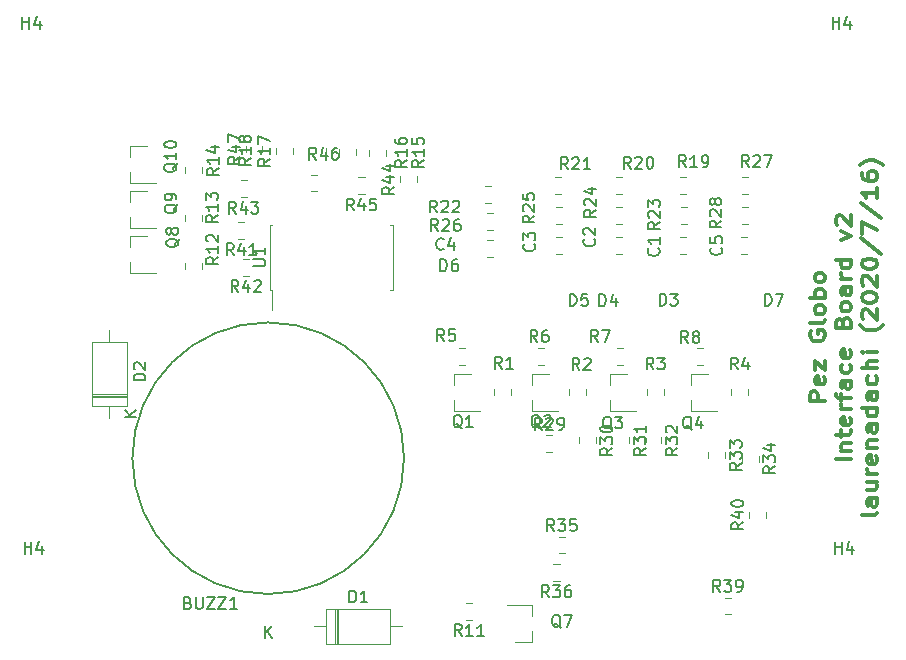
<source format=gbr>
G04 #@! TF.GenerationSoftware,KiCad,Pcbnew,(5.1.6-0-10_14)*
G04 #@! TF.CreationDate,2020-07-24T12:42:11-04:00*
G04 #@! TF.ProjectId,Pufferfish-Interface-2,50756666-6572-4666-9973-682d496e7465,rev?*
G04 #@! TF.SameCoordinates,Original*
G04 #@! TF.FileFunction,Legend,Top*
G04 #@! TF.FilePolarity,Positive*
%FSLAX46Y46*%
G04 Gerber Fmt 4.6, Leading zero omitted, Abs format (unit mm)*
G04 Created by KiCad (PCBNEW (5.1.6-0-10_14)) date 2020-07-24 12:42:11*
%MOMM*%
%LPD*%
G01*
G04 APERTURE LIST*
%ADD10C,0.300000*%
%ADD11C,0.120000*%
%ADD12C,0.203200*%
%ADD13C,0.150000*%
G04 APERTURE END LIST*
D10*
X63134443Y-34552057D02*
X61864443Y-34552057D01*
X61864443Y-33980628D01*
X61924920Y-33837771D01*
X61985396Y-33766342D01*
X62106348Y-33694914D01*
X62287777Y-33694914D01*
X62408729Y-33766342D01*
X62469205Y-33837771D01*
X62529681Y-33980628D01*
X62529681Y-34552057D01*
X63073967Y-32480628D02*
X63134443Y-32623485D01*
X63134443Y-32909200D01*
X63073967Y-33052057D01*
X62953015Y-33123485D01*
X62469205Y-33123485D01*
X62348253Y-33052057D01*
X62287777Y-32909200D01*
X62287777Y-32623485D01*
X62348253Y-32480628D01*
X62469205Y-32409200D01*
X62590158Y-32409200D01*
X62711110Y-33123485D01*
X62287777Y-31909200D02*
X62287777Y-31123485D01*
X63134443Y-31909200D01*
X63134443Y-31123485D01*
X61924920Y-28623485D02*
X61864443Y-28766342D01*
X61864443Y-28980628D01*
X61924920Y-29194914D01*
X62045872Y-29337771D01*
X62166824Y-29409200D01*
X62408729Y-29480628D01*
X62590158Y-29480628D01*
X62832062Y-29409200D01*
X62953015Y-29337771D01*
X63073967Y-29194914D01*
X63134443Y-28980628D01*
X63134443Y-28837771D01*
X63073967Y-28623485D01*
X63013491Y-28552057D01*
X62590158Y-28552057D01*
X62590158Y-28837771D01*
X63134443Y-27694914D02*
X63073967Y-27837771D01*
X62953015Y-27909200D01*
X61864443Y-27909200D01*
X63134443Y-26909200D02*
X63073967Y-27052057D01*
X63013491Y-27123485D01*
X62892539Y-27194914D01*
X62529681Y-27194914D01*
X62408729Y-27123485D01*
X62348253Y-27052057D01*
X62287777Y-26909200D01*
X62287777Y-26694914D01*
X62348253Y-26552057D01*
X62408729Y-26480628D01*
X62529681Y-26409200D01*
X62892539Y-26409200D01*
X63013491Y-26480628D01*
X63073967Y-26552057D01*
X63134443Y-26694914D01*
X63134443Y-26909200D01*
X63134443Y-25766342D02*
X61864443Y-25766342D01*
X62348253Y-25766342D02*
X62287777Y-25623485D01*
X62287777Y-25337771D01*
X62348253Y-25194914D01*
X62408729Y-25123485D01*
X62529681Y-25052057D01*
X62892539Y-25052057D01*
X63013491Y-25123485D01*
X63073967Y-25194914D01*
X63134443Y-25337771D01*
X63134443Y-25623485D01*
X63073967Y-25766342D01*
X63134443Y-24194914D02*
X63073967Y-24337771D01*
X63013491Y-24409200D01*
X62892539Y-24480628D01*
X62529681Y-24480628D01*
X62408729Y-24409200D01*
X62348253Y-24337771D01*
X62287777Y-24194914D01*
X62287777Y-23980628D01*
X62348253Y-23837771D01*
X62408729Y-23766342D01*
X62529681Y-23694914D01*
X62892539Y-23694914D01*
X63013491Y-23766342D01*
X63073967Y-23837771D01*
X63134443Y-23980628D01*
X63134443Y-24194914D01*
X65339443Y-39444914D02*
X64069443Y-39444914D01*
X64492777Y-38730628D02*
X65339443Y-38730628D01*
X64613729Y-38730628D02*
X64553253Y-38659200D01*
X64492777Y-38516342D01*
X64492777Y-38302057D01*
X64553253Y-38159200D01*
X64674205Y-38087771D01*
X65339443Y-38087771D01*
X64492777Y-37587771D02*
X64492777Y-37016342D01*
X64069443Y-37373485D02*
X65158015Y-37373485D01*
X65278967Y-37302057D01*
X65339443Y-37159200D01*
X65339443Y-37016342D01*
X65278967Y-35944914D02*
X65339443Y-36087771D01*
X65339443Y-36373485D01*
X65278967Y-36516342D01*
X65158015Y-36587771D01*
X64674205Y-36587771D01*
X64553253Y-36516342D01*
X64492777Y-36373485D01*
X64492777Y-36087771D01*
X64553253Y-35944914D01*
X64674205Y-35873485D01*
X64795158Y-35873485D01*
X64916110Y-36587771D01*
X65339443Y-35230628D02*
X64492777Y-35230628D01*
X64734681Y-35230628D02*
X64613729Y-35159200D01*
X64553253Y-35087771D01*
X64492777Y-34944914D01*
X64492777Y-34802057D01*
X64492777Y-34516342D02*
X64492777Y-33944914D01*
X65339443Y-34302057D02*
X64250872Y-34302057D01*
X64129920Y-34230628D01*
X64069443Y-34087771D01*
X64069443Y-33944914D01*
X65339443Y-32802057D02*
X64674205Y-32802057D01*
X64553253Y-32873485D01*
X64492777Y-33016342D01*
X64492777Y-33302057D01*
X64553253Y-33444914D01*
X65278967Y-32802057D02*
X65339443Y-32944914D01*
X65339443Y-33302057D01*
X65278967Y-33444914D01*
X65158015Y-33516342D01*
X65037062Y-33516342D01*
X64916110Y-33444914D01*
X64855634Y-33302057D01*
X64855634Y-32944914D01*
X64795158Y-32802057D01*
X65278967Y-31444914D02*
X65339443Y-31587771D01*
X65339443Y-31873485D01*
X65278967Y-32016342D01*
X65218491Y-32087771D01*
X65097539Y-32159200D01*
X64734681Y-32159200D01*
X64613729Y-32087771D01*
X64553253Y-32016342D01*
X64492777Y-31873485D01*
X64492777Y-31587771D01*
X64553253Y-31444914D01*
X65278967Y-30230628D02*
X65339443Y-30373485D01*
X65339443Y-30659200D01*
X65278967Y-30802057D01*
X65158015Y-30873485D01*
X64674205Y-30873485D01*
X64553253Y-30802057D01*
X64492777Y-30659200D01*
X64492777Y-30373485D01*
X64553253Y-30230628D01*
X64674205Y-30159200D01*
X64795158Y-30159200D01*
X64916110Y-30873485D01*
X64674205Y-27873485D02*
X64734681Y-27659200D01*
X64795158Y-27587771D01*
X64916110Y-27516342D01*
X65097539Y-27516342D01*
X65218491Y-27587771D01*
X65278967Y-27659200D01*
X65339443Y-27802057D01*
X65339443Y-28373485D01*
X64069443Y-28373485D01*
X64069443Y-27873485D01*
X64129920Y-27730628D01*
X64190396Y-27659200D01*
X64311348Y-27587771D01*
X64432300Y-27587771D01*
X64553253Y-27659200D01*
X64613729Y-27730628D01*
X64674205Y-27873485D01*
X64674205Y-28373485D01*
X65339443Y-26659200D02*
X65278967Y-26802057D01*
X65218491Y-26873485D01*
X65097539Y-26944914D01*
X64734681Y-26944914D01*
X64613729Y-26873485D01*
X64553253Y-26802057D01*
X64492777Y-26659200D01*
X64492777Y-26444914D01*
X64553253Y-26302057D01*
X64613729Y-26230628D01*
X64734681Y-26159200D01*
X65097539Y-26159200D01*
X65218491Y-26230628D01*
X65278967Y-26302057D01*
X65339443Y-26444914D01*
X65339443Y-26659200D01*
X65339443Y-24873485D02*
X64674205Y-24873485D01*
X64553253Y-24944914D01*
X64492777Y-25087771D01*
X64492777Y-25373485D01*
X64553253Y-25516342D01*
X65278967Y-24873485D02*
X65339443Y-25016342D01*
X65339443Y-25373485D01*
X65278967Y-25516342D01*
X65158015Y-25587771D01*
X65037062Y-25587771D01*
X64916110Y-25516342D01*
X64855634Y-25373485D01*
X64855634Y-25016342D01*
X64795158Y-24873485D01*
X65339443Y-24159200D02*
X64492777Y-24159200D01*
X64734681Y-24159200D02*
X64613729Y-24087771D01*
X64553253Y-24016342D01*
X64492777Y-23873485D01*
X64492777Y-23730628D01*
X65339443Y-22587771D02*
X64069443Y-22587771D01*
X65278967Y-22587771D02*
X65339443Y-22730628D01*
X65339443Y-23016342D01*
X65278967Y-23159200D01*
X65218491Y-23230628D01*
X65097539Y-23302057D01*
X64734681Y-23302057D01*
X64613729Y-23230628D01*
X64553253Y-23159200D01*
X64492777Y-23016342D01*
X64492777Y-22730628D01*
X64553253Y-22587771D01*
X64492777Y-20873485D02*
X65339443Y-20516342D01*
X64492777Y-20159200D01*
X64190396Y-19659200D02*
X64129920Y-19587771D01*
X64069443Y-19444914D01*
X64069443Y-19087771D01*
X64129920Y-18944914D01*
X64190396Y-18873485D01*
X64311348Y-18802057D01*
X64432300Y-18802057D01*
X64613729Y-18873485D01*
X65339443Y-19730628D01*
X65339443Y-18802057D01*
X67544443Y-43980628D02*
X67483967Y-44123485D01*
X67363015Y-44194914D01*
X66274443Y-44194914D01*
X67544443Y-42766342D02*
X66879205Y-42766342D01*
X66758253Y-42837771D01*
X66697777Y-42980628D01*
X66697777Y-43266342D01*
X66758253Y-43409200D01*
X67483967Y-42766342D02*
X67544443Y-42909200D01*
X67544443Y-43266342D01*
X67483967Y-43409200D01*
X67363015Y-43480628D01*
X67242062Y-43480628D01*
X67121110Y-43409200D01*
X67060634Y-43266342D01*
X67060634Y-42909200D01*
X67000158Y-42766342D01*
X66697777Y-41409200D02*
X67544443Y-41409200D01*
X66697777Y-42052057D02*
X67363015Y-42052057D01*
X67483967Y-41980628D01*
X67544443Y-41837771D01*
X67544443Y-41623485D01*
X67483967Y-41480628D01*
X67423491Y-41409200D01*
X67544443Y-40694914D02*
X66697777Y-40694914D01*
X66939681Y-40694914D02*
X66818729Y-40623485D01*
X66758253Y-40552057D01*
X66697777Y-40409200D01*
X66697777Y-40266342D01*
X67483967Y-39194914D02*
X67544443Y-39337771D01*
X67544443Y-39623485D01*
X67483967Y-39766342D01*
X67363015Y-39837771D01*
X66879205Y-39837771D01*
X66758253Y-39766342D01*
X66697777Y-39623485D01*
X66697777Y-39337771D01*
X66758253Y-39194914D01*
X66879205Y-39123485D01*
X67000158Y-39123485D01*
X67121110Y-39837771D01*
X66697777Y-38480628D02*
X67544443Y-38480628D01*
X66818729Y-38480628D02*
X66758253Y-38409200D01*
X66697777Y-38266342D01*
X66697777Y-38052057D01*
X66758253Y-37909200D01*
X66879205Y-37837771D01*
X67544443Y-37837771D01*
X67544443Y-36480628D02*
X66879205Y-36480628D01*
X66758253Y-36552057D01*
X66697777Y-36694914D01*
X66697777Y-36980628D01*
X66758253Y-37123485D01*
X67483967Y-36480628D02*
X67544443Y-36623485D01*
X67544443Y-36980628D01*
X67483967Y-37123485D01*
X67363015Y-37194914D01*
X67242062Y-37194914D01*
X67121110Y-37123485D01*
X67060634Y-36980628D01*
X67060634Y-36623485D01*
X67000158Y-36480628D01*
X67544443Y-35123485D02*
X66274443Y-35123485D01*
X67483967Y-35123485D02*
X67544443Y-35266342D01*
X67544443Y-35552057D01*
X67483967Y-35694914D01*
X67423491Y-35766342D01*
X67302539Y-35837771D01*
X66939681Y-35837771D01*
X66818729Y-35766342D01*
X66758253Y-35694914D01*
X66697777Y-35552057D01*
X66697777Y-35266342D01*
X66758253Y-35123485D01*
X67544443Y-33766342D02*
X66879205Y-33766342D01*
X66758253Y-33837771D01*
X66697777Y-33980628D01*
X66697777Y-34266342D01*
X66758253Y-34409200D01*
X67483967Y-33766342D02*
X67544443Y-33909200D01*
X67544443Y-34266342D01*
X67483967Y-34409200D01*
X67363015Y-34480628D01*
X67242062Y-34480628D01*
X67121110Y-34409200D01*
X67060634Y-34266342D01*
X67060634Y-33909200D01*
X67000158Y-33766342D01*
X67483967Y-32409200D02*
X67544443Y-32552057D01*
X67544443Y-32837771D01*
X67483967Y-32980628D01*
X67423491Y-33052057D01*
X67302539Y-33123485D01*
X66939681Y-33123485D01*
X66818729Y-33052057D01*
X66758253Y-32980628D01*
X66697777Y-32837771D01*
X66697777Y-32552057D01*
X66758253Y-32409200D01*
X67544443Y-31766342D02*
X66274443Y-31766342D01*
X67544443Y-31123485D02*
X66879205Y-31123485D01*
X66758253Y-31194914D01*
X66697777Y-31337771D01*
X66697777Y-31552057D01*
X66758253Y-31694914D01*
X66818729Y-31766342D01*
X67544443Y-30409200D02*
X66697777Y-30409200D01*
X66274443Y-30409200D02*
X66334920Y-30480628D01*
X66395396Y-30409200D01*
X66334920Y-30337771D01*
X66274443Y-30409200D01*
X66395396Y-30409200D01*
X68028253Y-28123485D02*
X67967777Y-28194914D01*
X67786348Y-28337771D01*
X67665396Y-28409200D01*
X67483967Y-28480628D01*
X67181586Y-28552057D01*
X66939681Y-28552057D01*
X66637300Y-28480628D01*
X66455872Y-28409200D01*
X66334920Y-28337771D01*
X66153491Y-28194914D01*
X66093015Y-28123485D01*
X66395396Y-27623485D02*
X66334920Y-27552057D01*
X66274443Y-27409200D01*
X66274443Y-27052057D01*
X66334920Y-26909200D01*
X66395396Y-26837771D01*
X66516348Y-26766342D01*
X66637300Y-26766342D01*
X66818729Y-26837771D01*
X67544443Y-27694914D01*
X67544443Y-26766342D01*
X66274443Y-25837771D02*
X66274443Y-25694914D01*
X66334920Y-25552057D01*
X66395396Y-25480628D01*
X66516348Y-25409200D01*
X66758253Y-25337771D01*
X67060634Y-25337771D01*
X67302539Y-25409200D01*
X67423491Y-25480628D01*
X67483967Y-25552057D01*
X67544443Y-25694914D01*
X67544443Y-25837771D01*
X67483967Y-25980628D01*
X67423491Y-26052057D01*
X67302539Y-26123485D01*
X67060634Y-26194914D01*
X66758253Y-26194914D01*
X66516348Y-26123485D01*
X66395396Y-26052057D01*
X66334920Y-25980628D01*
X66274443Y-25837771D01*
X66395396Y-24766342D02*
X66334920Y-24694914D01*
X66274443Y-24552057D01*
X66274443Y-24194914D01*
X66334920Y-24052057D01*
X66395396Y-23980628D01*
X66516348Y-23909200D01*
X66637300Y-23909200D01*
X66818729Y-23980628D01*
X67544443Y-24837771D01*
X67544443Y-23909200D01*
X66274443Y-22980628D02*
X66274443Y-22837771D01*
X66334920Y-22694914D01*
X66395396Y-22623485D01*
X66516348Y-22552057D01*
X66758253Y-22480628D01*
X67060634Y-22480628D01*
X67302539Y-22552057D01*
X67423491Y-22623485D01*
X67483967Y-22694914D01*
X67544443Y-22837771D01*
X67544443Y-22980628D01*
X67483967Y-23123485D01*
X67423491Y-23194914D01*
X67302539Y-23266342D01*
X67060634Y-23337771D01*
X66758253Y-23337771D01*
X66516348Y-23266342D01*
X66395396Y-23194914D01*
X66334920Y-23123485D01*
X66274443Y-22980628D01*
X66213967Y-20766342D02*
X67846824Y-22052057D01*
X66274443Y-20409200D02*
X66274443Y-19409200D01*
X67544443Y-20052057D01*
X66213967Y-17766342D02*
X67846824Y-19052057D01*
X67544443Y-16480628D02*
X67544443Y-17337771D01*
X67544443Y-16909200D02*
X66274443Y-16909200D01*
X66455872Y-17052057D01*
X66576824Y-17194914D01*
X66637300Y-17337771D01*
X66274443Y-15194914D02*
X66274443Y-15480628D01*
X66334920Y-15623485D01*
X66395396Y-15694914D01*
X66576824Y-15837771D01*
X66818729Y-15909200D01*
X67302539Y-15909200D01*
X67423491Y-15837771D01*
X67483967Y-15766342D01*
X67544443Y-15623485D01*
X67544443Y-15337771D01*
X67483967Y-15194914D01*
X67423491Y-15123485D01*
X67302539Y-15052057D01*
X67000158Y-15052057D01*
X66879205Y-15123485D01*
X66818729Y-15194914D01*
X66758253Y-15337771D01*
X66758253Y-15623485D01*
X66818729Y-15766342D01*
X66879205Y-15837771D01*
X67000158Y-15909200D01*
X68028253Y-14552057D02*
X67967777Y-14480628D01*
X67786348Y-14337771D01*
X67665396Y-14266342D01*
X67483967Y-14194914D01*
X67181586Y-14123485D01*
X66939681Y-14123485D01*
X66637300Y-14194914D01*
X66455872Y-14266342D01*
X66334920Y-14337771D01*
X66153491Y-14480628D01*
X66093015Y-14552057D01*
D11*
X14095660Y-13476738D02*
X14095660Y-12959582D01*
X15515660Y-13476738D02*
X15515660Y-12959582D01*
X20172178Y-16775500D02*
X19655022Y-16775500D01*
X20172178Y-15355500D02*
X19655022Y-15355500D01*
X24165058Y-16996480D02*
X23647902Y-16996480D01*
X24165058Y-15576480D02*
X23647902Y-15576480D01*
X27161420Y-16026898D02*
X27161420Y-15509742D01*
X28581420Y-16026898D02*
X28581420Y-15509742D01*
X14177778Y-17265720D02*
X13660622Y-17265720D01*
X14177778Y-15845720D02*
X13660622Y-15845720D01*
X14378438Y-23905280D02*
X13861282Y-23905280D01*
X14378438Y-22485280D02*
X13861282Y-22485280D01*
X13984738Y-20786160D02*
X13467582Y-20786160D01*
X13984738Y-19366160D02*
X13467582Y-19366160D01*
X56711780Y-44426638D02*
X56711780Y-43909482D01*
X58131780Y-44426638D02*
X58131780Y-43909482D01*
X54646062Y-51164420D02*
X55163218Y-51164420D01*
X54646062Y-52584420D02*
X55163218Y-52584420D01*
X40672518Y-49747240D02*
X40155362Y-49747240D01*
X40672518Y-48327240D02*
X40155362Y-48327240D01*
X40597322Y-46018380D02*
X41114478Y-46018380D01*
X40597322Y-47438380D02*
X41114478Y-47438380D01*
X57524720Y-39156902D02*
X57524720Y-39674058D01*
X56104720Y-39156902D02*
X56104720Y-39674058D01*
X54685000Y-38862502D02*
X54685000Y-39379658D01*
X53265000Y-38862502D02*
X53265000Y-39379658D01*
X49262100Y-37605202D02*
X49262100Y-38122358D01*
X47842100Y-37605202D02*
X47842100Y-38122358D01*
X46567160Y-37605202D02*
X46567160Y-38122358D01*
X45147160Y-37605202D02*
X45147160Y-38122358D01*
X43742680Y-37605202D02*
X43742680Y-38122358D01*
X42322680Y-37605202D02*
X42322680Y-38122358D01*
X39540682Y-37430640D02*
X40057838Y-37430640D01*
X39540682Y-38850640D02*
X40057838Y-38850640D01*
D12*
X27502000Y-39370000D02*
G75*
G03*
X27502000Y-39370000I-11500000J0D01*
G01*
D11*
X50873922Y-20626000D02*
X51391078Y-20626000D01*
X50873922Y-22046000D02*
X51391078Y-22046000D01*
X45461422Y-20626000D02*
X45978578Y-20626000D01*
X45461422Y-22046000D02*
X45978578Y-22046000D01*
X40381422Y-22046000D02*
X40898578Y-22046000D01*
X40381422Y-20626000D02*
X40898578Y-20626000D01*
X34539422Y-22300000D02*
X35056578Y-22300000D01*
X34539422Y-20880000D02*
X35056578Y-20880000D01*
X56050922Y-22046000D02*
X56568078Y-22046000D01*
X56050922Y-20626000D02*
X56568078Y-20626000D01*
X21682000Y-52124000D02*
X21682000Y-55064000D01*
X21922000Y-52124000D02*
X21922000Y-55064000D01*
X21802000Y-52124000D02*
X21802000Y-55064000D01*
X27362000Y-53594000D02*
X26342000Y-53594000D01*
X19882000Y-53594000D02*
X20902000Y-53594000D01*
X26342000Y-52124000D02*
X20902000Y-52124000D01*
X26342000Y-55064000D02*
X26342000Y-52124000D01*
X20902000Y-55064000D02*
X26342000Y-55064000D01*
X20902000Y-52124000D02*
X20902000Y-55064000D01*
X1070000Y-34978000D02*
X4010000Y-34978000D01*
X4010000Y-34978000D02*
X4010000Y-29538000D01*
X4010000Y-29538000D02*
X1070000Y-29538000D01*
X1070000Y-29538000D02*
X1070000Y-34978000D01*
X2540000Y-35998000D02*
X2540000Y-34978000D01*
X2540000Y-28518000D02*
X2540000Y-29538000D01*
X1070000Y-34078000D02*
X4010000Y-34078000D01*
X1070000Y-33958000D02*
X4010000Y-33958000D01*
X1070000Y-34198000D02*
X4010000Y-34198000D01*
X31752000Y-32202000D02*
X33212000Y-32202000D01*
X31752000Y-35362000D02*
X33912000Y-35362000D01*
X31752000Y-35362000D02*
X31752000Y-34432000D01*
X31752000Y-32202000D02*
X31752000Y-33132000D01*
X38356000Y-32202000D02*
X38356000Y-33132000D01*
X38356000Y-35362000D02*
X38356000Y-34432000D01*
X38356000Y-35362000D02*
X40516000Y-35362000D01*
X38356000Y-32202000D02*
X39816000Y-32202000D01*
X44960000Y-32202000D02*
X46420000Y-32202000D01*
X44960000Y-35362000D02*
X47120000Y-35362000D01*
X44960000Y-35362000D02*
X44960000Y-34432000D01*
X44960000Y-32202000D02*
X44960000Y-33132000D01*
X51818000Y-32202000D02*
X51818000Y-33132000D01*
X51818000Y-35362000D02*
X51818000Y-34432000D01*
X51818000Y-35362000D02*
X53978000Y-35362000D01*
X51818000Y-32202000D02*
X53278000Y-32202000D01*
X38352000Y-54920000D02*
X36892000Y-54920000D01*
X38352000Y-51760000D02*
X36192000Y-51760000D01*
X38352000Y-51760000D02*
X38352000Y-52690000D01*
X38352000Y-54920000D02*
X38352000Y-53990000D01*
X4320000Y-20518000D02*
X5780000Y-20518000D01*
X4320000Y-23678000D02*
X6480000Y-23678000D01*
X4320000Y-23678000D02*
X4320000Y-22748000D01*
X4320000Y-20518000D02*
X4320000Y-21448000D01*
X4320000Y-16708000D02*
X4320000Y-17638000D01*
X4320000Y-19868000D02*
X4320000Y-18938000D01*
X4320000Y-19868000D02*
X6480000Y-19868000D01*
X4320000Y-16708000D02*
X5780000Y-16708000D01*
X4320000Y-12898000D02*
X4320000Y-13828000D01*
X4320000Y-16058000D02*
X4320000Y-15128000D01*
X4320000Y-16058000D02*
X6480000Y-16058000D01*
X4320000Y-12898000D02*
X5780000Y-12898000D01*
X35104000Y-34040578D02*
X35104000Y-33523422D01*
X36524000Y-34040578D02*
X36524000Y-33523422D01*
X42874000Y-34040578D02*
X42874000Y-33523422D01*
X41454000Y-34040578D02*
X41454000Y-33523422D01*
X48058000Y-34040578D02*
X48058000Y-33523422D01*
X49478000Y-34040578D02*
X49478000Y-33523422D01*
X56590000Y-34040578D02*
X56590000Y-33523422D01*
X55170000Y-34040578D02*
X55170000Y-33523422D01*
X32692078Y-30024000D02*
X32174922Y-30024000D01*
X32692078Y-31444000D02*
X32174922Y-31444000D01*
X39374578Y-31444000D02*
X38857422Y-31444000D01*
X39374578Y-30024000D02*
X38857422Y-30024000D01*
X46057078Y-30024000D02*
X45539922Y-30024000D01*
X46057078Y-31444000D02*
X45539922Y-31444000D01*
X52836578Y-31444000D02*
X52319422Y-31444000D01*
X52836578Y-30024000D02*
X52319422Y-30024000D01*
X33278578Y-51614000D02*
X32761422Y-51614000D01*
X33278578Y-53034000D02*
X32761422Y-53034000D01*
X8942000Y-23372578D02*
X8942000Y-22855422D01*
X10362000Y-23372578D02*
X10362000Y-22855422D01*
X10362000Y-19308578D02*
X10362000Y-18791422D01*
X8942000Y-19308578D02*
X8942000Y-18791422D01*
X8942000Y-15244578D02*
X8942000Y-14727422D01*
X10362000Y-15244578D02*
X10362000Y-14727422D01*
X24568080Y-13249382D02*
X24568080Y-13766538D01*
X25988080Y-13249382D02*
X25988080Y-13766538D01*
X23448080Y-13152382D02*
X23448080Y-13669538D01*
X22028080Y-13152382D02*
X22028080Y-13669538D01*
X19488080Y-13073882D02*
X19488080Y-13591038D01*
X20908080Y-13073882D02*
X20908080Y-13591038D01*
X18114080Y-13073882D02*
X18114080Y-13591038D01*
X16694080Y-13073882D02*
X16694080Y-13591038D01*
X50873922Y-16966000D02*
X51391078Y-16966000D01*
X50873922Y-15546000D02*
X51391078Y-15546000D01*
X45461422Y-16966000D02*
X45978578Y-16966000D01*
X45461422Y-15546000D02*
X45978578Y-15546000D01*
X40302922Y-15546000D02*
X40820078Y-15546000D01*
X40302922Y-16966000D02*
X40820078Y-16966000D01*
X34363922Y-16308000D02*
X34881078Y-16308000D01*
X34363922Y-17728000D02*
X34881078Y-17728000D01*
X51488078Y-18086000D02*
X50970922Y-18086000D01*
X51488078Y-19506000D02*
X50970922Y-19506000D01*
X45978578Y-19506000D02*
X45461422Y-19506000D01*
X45978578Y-18086000D02*
X45461422Y-18086000D01*
X40898578Y-18086000D02*
X40381422Y-18086000D01*
X40898578Y-19506000D02*
X40381422Y-19506000D01*
X35056578Y-18594000D02*
X34539422Y-18594000D01*
X35056578Y-20014000D02*
X34539422Y-20014000D01*
X56129422Y-15546000D02*
X56646578Y-15546000D01*
X56129422Y-16966000D02*
X56646578Y-16966000D01*
X56646578Y-18086000D02*
X56129422Y-18086000D01*
X56646578Y-19506000D02*
X56129422Y-19506000D01*
X16331000Y-25112000D02*
X16331000Y-26802000D01*
X16126000Y-25112000D02*
X16331000Y-25112000D01*
X16126000Y-22352000D02*
X16126000Y-25112000D01*
X16126000Y-19592000D02*
X16331000Y-19592000D01*
X16126000Y-22352000D02*
X16126000Y-19592000D01*
X26546000Y-25112000D02*
X26341000Y-25112000D01*
X26546000Y-22352000D02*
X26546000Y-25112000D01*
X26546000Y-19592000D02*
X26341000Y-19592000D01*
X26546000Y-22352000D02*
X26546000Y-19592000D01*
D13*
X-4803044Y-3000380D02*
X-4803044Y-2000380D01*
X-4803044Y-2476571D02*
X-4231616Y-2476571D01*
X-4231616Y-3000380D02*
X-4231616Y-2000380D01*
X-3326854Y-2333714D02*
X-3326854Y-3000380D01*
X-3564949Y-1952761D02*
X-3803044Y-2667047D01*
X-3183997Y-2667047D01*
X-4617624Y-47450380D02*
X-4617624Y-46450380D01*
X-4617624Y-46926571D02*
X-4046196Y-46926571D01*
X-4046196Y-47450380D02*
X-4046196Y-46450380D01*
X-3141434Y-46783714D02*
X-3141434Y-47450380D01*
X-3379529Y-46402761D02*
X-3617624Y-47117047D01*
X-2998577Y-47117047D01*
X63972535Y-47450380D02*
X63972535Y-46450380D01*
X63972535Y-46926571D02*
X64543963Y-46926571D01*
X64543963Y-47450380D02*
X64543963Y-46450380D01*
X65448725Y-46783714D02*
X65448725Y-47450380D01*
X65210630Y-46402761D02*
X64972535Y-47117047D01*
X65591582Y-47117047D01*
X63789655Y-3000380D02*
X63789655Y-2000380D01*
X63789655Y-2476571D02*
X64361083Y-2476571D01*
X64361083Y-3000380D02*
X64361083Y-2000380D01*
X65265845Y-2333714D02*
X65265845Y-3000380D01*
X65027750Y-1952761D02*
X64789655Y-2667047D01*
X65408702Y-2667047D01*
X13608040Y-13861017D02*
X13131850Y-14194350D01*
X13608040Y-14432445D02*
X12608040Y-14432445D01*
X12608040Y-14051493D01*
X12655660Y-13956255D01*
X12703279Y-13908636D01*
X12798517Y-13861017D01*
X12941374Y-13861017D01*
X13036612Y-13908636D01*
X13084231Y-13956255D01*
X13131850Y-14051493D01*
X13131850Y-14432445D01*
X12941374Y-13003874D02*
X13608040Y-13003874D01*
X12560421Y-13241969D02*
X13274707Y-13480064D01*
X13274707Y-12861017D01*
X12608040Y-12575302D02*
X12608040Y-11908636D01*
X13608040Y-12337207D01*
X20058142Y-14090640D02*
X19724809Y-13614450D01*
X19486714Y-14090640D02*
X19486714Y-13090640D01*
X19867666Y-13090640D01*
X19962904Y-13138260D01*
X20010523Y-13185879D01*
X20058142Y-13281117D01*
X20058142Y-13423974D01*
X20010523Y-13519212D01*
X19962904Y-13566831D01*
X19867666Y-13614450D01*
X19486714Y-13614450D01*
X20915285Y-13423974D02*
X20915285Y-14090640D01*
X20677190Y-13043021D02*
X20439095Y-13757307D01*
X21058142Y-13757307D01*
X21867666Y-13090640D02*
X21677190Y-13090640D01*
X21581952Y-13138260D01*
X21534333Y-13185879D01*
X21439095Y-13328736D01*
X21391476Y-13519212D01*
X21391476Y-13900164D01*
X21439095Y-13995402D01*
X21486714Y-14043021D01*
X21581952Y-14090640D01*
X21772428Y-14090640D01*
X21867666Y-14043021D01*
X21915285Y-13995402D01*
X21962904Y-13900164D01*
X21962904Y-13662069D01*
X21915285Y-13566831D01*
X21867666Y-13519212D01*
X21772428Y-13471593D01*
X21581952Y-13471593D01*
X21486714Y-13519212D01*
X21439095Y-13566831D01*
X21391476Y-13662069D01*
X23263622Y-18388860D02*
X22930289Y-17912670D01*
X22692194Y-18388860D02*
X22692194Y-17388860D01*
X23073146Y-17388860D01*
X23168384Y-17436480D01*
X23216003Y-17484099D01*
X23263622Y-17579337D01*
X23263622Y-17722194D01*
X23216003Y-17817432D01*
X23168384Y-17865051D01*
X23073146Y-17912670D01*
X22692194Y-17912670D01*
X24120765Y-17722194D02*
X24120765Y-18388860D01*
X23882670Y-17341241D02*
X23644575Y-18055527D01*
X24263622Y-18055527D01*
X25120765Y-17388860D02*
X24644575Y-17388860D01*
X24596956Y-17865051D01*
X24644575Y-17817432D01*
X24739813Y-17769813D01*
X24977908Y-17769813D01*
X25073146Y-17817432D01*
X25120765Y-17865051D01*
X25168384Y-17960289D01*
X25168384Y-18198384D01*
X25120765Y-18293622D01*
X25073146Y-18341241D01*
X24977908Y-18388860D01*
X24739813Y-18388860D01*
X24644575Y-18341241D01*
X24596956Y-18293622D01*
X26673800Y-16411177D02*
X26197610Y-16744510D01*
X26673800Y-16982605D02*
X25673800Y-16982605D01*
X25673800Y-16601653D01*
X25721420Y-16506415D01*
X25769039Y-16458796D01*
X25864277Y-16411177D01*
X26007134Y-16411177D01*
X26102372Y-16458796D01*
X26149991Y-16506415D01*
X26197610Y-16601653D01*
X26197610Y-16982605D01*
X26007134Y-15554034D02*
X26673800Y-15554034D01*
X25626181Y-15792129D02*
X26340467Y-16030224D01*
X26340467Y-15411177D01*
X26007134Y-14601653D02*
X26673800Y-14601653D01*
X25626181Y-14839748D02*
X26340467Y-15077843D01*
X26340467Y-14458796D01*
X13276342Y-18658100D02*
X12943009Y-18181910D01*
X12704914Y-18658100D02*
X12704914Y-17658100D01*
X13085866Y-17658100D01*
X13181104Y-17705720D01*
X13228723Y-17753339D01*
X13276342Y-17848577D01*
X13276342Y-17991434D01*
X13228723Y-18086672D01*
X13181104Y-18134291D01*
X13085866Y-18181910D01*
X12704914Y-18181910D01*
X14133485Y-17991434D02*
X14133485Y-18658100D01*
X13895390Y-17610481D02*
X13657295Y-18324767D01*
X14276342Y-18324767D01*
X14562057Y-17658100D02*
X15181104Y-17658100D01*
X14847771Y-18039053D01*
X14990628Y-18039053D01*
X15085866Y-18086672D01*
X15133485Y-18134291D01*
X15181104Y-18229529D01*
X15181104Y-18467624D01*
X15133485Y-18562862D01*
X15085866Y-18610481D01*
X14990628Y-18658100D01*
X14704914Y-18658100D01*
X14609676Y-18610481D01*
X14562057Y-18562862D01*
X13477002Y-25297660D02*
X13143669Y-24821470D01*
X12905574Y-25297660D02*
X12905574Y-24297660D01*
X13286526Y-24297660D01*
X13381764Y-24345280D01*
X13429383Y-24392899D01*
X13477002Y-24488137D01*
X13477002Y-24630994D01*
X13429383Y-24726232D01*
X13381764Y-24773851D01*
X13286526Y-24821470D01*
X12905574Y-24821470D01*
X14334145Y-24630994D02*
X14334145Y-25297660D01*
X14096050Y-24250041D02*
X13857955Y-24964327D01*
X14477002Y-24964327D01*
X14810336Y-24392899D02*
X14857955Y-24345280D01*
X14953193Y-24297660D01*
X15191288Y-24297660D01*
X15286526Y-24345280D01*
X15334145Y-24392899D01*
X15381764Y-24488137D01*
X15381764Y-24583375D01*
X15334145Y-24726232D01*
X14762717Y-25297660D01*
X15381764Y-25297660D01*
X13083302Y-22178540D02*
X12749969Y-21702350D01*
X12511874Y-22178540D02*
X12511874Y-21178540D01*
X12892826Y-21178540D01*
X12988064Y-21226160D01*
X13035683Y-21273779D01*
X13083302Y-21369017D01*
X13083302Y-21511874D01*
X13035683Y-21607112D01*
X12988064Y-21654731D01*
X12892826Y-21702350D01*
X12511874Y-21702350D01*
X13940445Y-21511874D02*
X13940445Y-22178540D01*
X13702350Y-21130921D02*
X13464255Y-21845207D01*
X14083302Y-21845207D01*
X14988064Y-22178540D02*
X14416636Y-22178540D01*
X14702350Y-22178540D02*
X14702350Y-21178540D01*
X14607112Y-21321398D01*
X14511874Y-21416636D01*
X14416636Y-21464255D01*
X56224160Y-44810917D02*
X55747970Y-45144250D01*
X56224160Y-45382345D02*
X55224160Y-45382345D01*
X55224160Y-45001393D01*
X55271780Y-44906155D01*
X55319399Y-44858536D01*
X55414637Y-44810917D01*
X55557494Y-44810917D01*
X55652732Y-44858536D01*
X55700351Y-44906155D01*
X55747970Y-45001393D01*
X55747970Y-45382345D01*
X55557494Y-43953774D02*
X56224160Y-43953774D01*
X55176541Y-44191869D02*
X55890827Y-44429964D01*
X55890827Y-43810917D01*
X55224160Y-43239488D02*
X55224160Y-43144250D01*
X55271780Y-43049012D01*
X55319399Y-43001393D01*
X55414637Y-42953774D01*
X55605113Y-42906155D01*
X55843208Y-42906155D01*
X56033684Y-42953774D01*
X56128922Y-43001393D01*
X56176541Y-43049012D01*
X56224160Y-43144250D01*
X56224160Y-43239488D01*
X56176541Y-43334726D01*
X56128922Y-43382345D01*
X56033684Y-43429964D01*
X55843208Y-43477583D01*
X55605113Y-43477583D01*
X55414637Y-43429964D01*
X55319399Y-43382345D01*
X55271780Y-43334726D01*
X55224160Y-43239488D01*
X54261782Y-50676800D02*
X53928449Y-50200610D01*
X53690354Y-50676800D02*
X53690354Y-49676800D01*
X54071306Y-49676800D01*
X54166544Y-49724420D01*
X54214163Y-49772039D01*
X54261782Y-49867277D01*
X54261782Y-50010134D01*
X54214163Y-50105372D01*
X54166544Y-50152991D01*
X54071306Y-50200610D01*
X53690354Y-50200610D01*
X54595116Y-49676800D02*
X55214163Y-49676800D01*
X54880830Y-50057753D01*
X55023687Y-50057753D01*
X55118925Y-50105372D01*
X55166544Y-50152991D01*
X55214163Y-50248229D01*
X55214163Y-50486324D01*
X55166544Y-50581562D01*
X55118925Y-50629181D01*
X55023687Y-50676800D01*
X54737973Y-50676800D01*
X54642735Y-50629181D01*
X54595116Y-50581562D01*
X55690354Y-50676800D02*
X55880830Y-50676800D01*
X55976068Y-50629181D01*
X56023687Y-50581562D01*
X56118925Y-50438705D01*
X56166544Y-50248229D01*
X56166544Y-49867277D01*
X56118925Y-49772039D01*
X56071306Y-49724420D01*
X55976068Y-49676800D01*
X55785592Y-49676800D01*
X55690354Y-49724420D01*
X55642735Y-49772039D01*
X55595116Y-49867277D01*
X55595116Y-50105372D01*
X55642735Y-50200610D01*
X55690354Y-50248229D01*
X55785592Y-50295848D01*
X55976068Y-50295848D01*
X56071306Y-50248229D01*
X56118925Y-50200610D01*
X56166544Y-50105372D01*
X39771082Y-51139620D02*
X39437749Y-50663430D01*
X39199654Y-51139620D02*
X39199654Y-50139620D01*
X39580606Y-50139620D01*
X39675844Y-50187240D01*
X39723463Y-50234859D01*
X39771082Y-50330097D01*
X39771082Y-50472954D01*
X39723463Y-50568192D01*
X39675844Y-50615811D01*
X39580606Y-50663430D01*
X39199654Y-50663430D01*
X40104416Y-50139620D02*
X40723463Y-50139620D01*
X40390130Y-50520573D01*
X40532987Y-50520573D01*
X40628225Y-50568192D01*
X40675844Y-50615811D01*
X40723463Y-50711049D01*
X40723463Y-50949144D01*
X40675844Y-51044382D01*
X40628225Y-51092001D01*
X40532987Y-51139620D01*
X40247273Y-51139620D01*
X40152035Y-51092001D01*
X40104416Y-51044382D01*
X41580606Y-50139620D02*
X41390130Y-50139620D01*
X41294892Y-50187240D01*
X41247273Y-50234859D01*
X41152035Y-50377716D01*
X41104416Y-50568192D01*
X41104416Y-50949144D01*
X41152035Y-51044382D01*
X41199654Y-51092001D01*
X41294892Y-51139620D01*
X41485368Y-51139620D01*
X41580606Y-51092001D01*
X41628225Y-51044382D01*
X41675844Y-50949144D01*
X41675844Y-50711049D01*
X41628225Y-50615811D01*
X41580606Y-50568192D01*
X41485368Y-50520573D01*
X41294892Y-50520573D01*
X41199654Y-50568192D01*
X41152035Y-50615811D01*
X41104416Y-50711049D01*
X40213042Y-45530760D02*
X39879709Y-45054570D01*
X39641614Y-45530760D02*
X39641614Y-44530760D01*
X40022566Y-44530760D01*
X40117804Y-44578380D01*
X40165423Y-44625999D01*
X40213042Y-44721237D01*
X40213042Y-44864094D01*
X40165423Y-44959332D01*
X40117804Y-45006951D01*
X40022566Y-45054570D01*
X39641614Y-45054570D01*
X40546376Y-44530760D02*
X41165423Y-44530760D01*
X40832090Y-44911713D01*
X40974947Y-44911713D01*
X41070185Y-44959332D01*
X41117804Y-45006951D01*
X41165423Y-45102189D01*
X41165423Y-45340284D01*
X41117804Y-45435522D01*
X41070185Y-45483141D01*
X40974947Y-45530760D01*
X40689233Y-45530760D01*
X40593995Y-45483141D01*
X40546376Y-45435522D01*
X42070185Y-44530760D02*
X41593995Y-44530760D01*
X41546376Y-45006951D01*
X41593995Y-44959332D01*
X41689233Y-44911713D01*
X41927328Y-44911713D01*
X42022566Y-44959332D01*
X42070185Y-45006951D01*
X42117804Y-45102189D01*
X42117804Y-45340284D01*
X42070185Y-45435522D01*
X42022566Y-45483141D01*
X41927328Y-45530760D01*
X41689233Y-45530760D01*
X41593995Y-45483141D01*
X41546376Y-45435522D01*
X58917100Y-40058337D02*
X58440910Y-40391670D01*
X58917100Y-40629765D02*
X57917100Y-40629765D01*
X57917100Y-40248813D01*
X57964720Y-40153575D01*
X58012339Y-40105956D01*
X58107577Y-40058337D01*
X58250434Y-40058337D01*
X58345672Y-40105956D01*
X58393291Y-40153575D01*
X58440910Y-40248813D01*
X58440910Y-40629765D01*
X57917100Y-39725003D02*
X57917100Y-39105956D01*
X58298053Y-39439289D01*
X58298053Y-39296432D01*
X58345672Y-39201194D01*
X58393291Y-39153575D01*
X58488529Y-39105956D01*
X58726624Y-39105956D01*
X58821862Y-39153575D01*
X58869481Y-39201194D01*
X58917100Y-39296432D01*
X58917100Y-39582146D01*
X58869481Y-39677384D01*
X58821862Y-39725003D01*
X58250434Y-38248813D02*
X58917100Y-38248813D01*
X57869481Y-38486908D02*
X58583767Y-38725003D01*
X58583767Y-38105956D01*
X56077380Y-39763937D02*
X55601190Y-40097270D01*
X56077380Y-40335365D02*
X55077380Y-40335365D01*
X55077380Y-39954413D01*
X55125000Y-39859175D01*
X55172619Y-39811556D01*
X55267857Y-39763937D01*
X55410714Y-39763937D01*
X55505952Y-39811556D01*
X55553571Y-39859175D01*
X55601190Y-39954413D01*
X55601190Y-40335365D01*
X55077380Y-39430603D02*
X55077380Y-38811556D01*
X55458333Y-39144889D01*
X55458333Y-39002032D01*
X55505952Y-38906794D01*
X55553571Y-38859175D01*
X55648809Y-38811556D01*
X55886904Y-38811556D01*
X55982142Y-38859175D01*
X56029761Y-38906794D01*
X56077380Y-39002032D01*
X56077380Y-39287746D01*
X56029761Y-39382984D01*
X55982142Y-39430603D01*
X55077380Y-38478222D02*
X55077380Y-37859175D01*
X55458333Y-38192508D01*
X55458333Y-38049651D01*
X55505952Y-37954413D01*
X55553571Y-37906794D01*
X55648809Y-37859175D01*
X55886904Y-37859175D01*
X55982142Y-37906794D01*
X56029761Y-37954413D01*
X56077380Y-38049651D01*
X56077380Y-38335365D01*
X56029761Y-38430603D01*
X55982142Y-38478222D01*
X50654480Y-38506637D02*
X50178290Y-38839970D01*
X50654480Y-39078065D02*
X49654480Y-39078065D01*
X49654480Y-38697113D01*
X49702100Y-38601875D01*
X49749719Y-38554256D01*
X49844957Y-38506637D01*
X49987814Y-38506637D01*
X50083052Y-38554256D01*
X50130671Y-38601875D01*
X50178290Y-38697113D01*
X50178290Y-39078065D01*
X49654480Y-38173303D02*
X49654480Y-37554256D01*
X50035433Y-37887589D01*
X50035433Y-37744732D01*
X50083052Y-37649494D01*
X50130671Y-37601875D01*
X50225909Y-37554256D01*
X50464004Y-37554256D01*
X50559242Y-37601875D01*
X50606861Y-37649494D01*
X50654480Y-37744732D01*
X50654480Y-38030446D01*
X50606861Y-38125684D01*
X50559242Y-38173303D01*
X49749719Y-37173303D02*
X49702100Y-37125684D01*
X49654480Y-37030446D01*
X49654480Y-36792351D01*
X49702100Y-36697113D01*
X49749719Y-36649494D01*
X49844957Y-36601875D01*
X49940195Y-36601875D01*
X50083052Y-36649494D01*
X50654480Y-37220922D01*
X50654480Y-36601875D01*
X47959540Y-38506637D02*
X47483350Y-38839970D01*
X47959540Y-39078065D02*
X46959540Y-39078065D01*
X46959540Y-38697113D01*
X47007160Y-38601875D01*
X47054779Y-38554256D01*
X47150017Y-38506637D01*
X47292874Y-38506637D01*
X47388112Y-38554256D01*
X47435731Y-38601875D01*
X47483350Y-38697113D01*
X47483350Y-39078065D01*
X46959540Y-38173303D02*
X46959540Y-37554256D01*
X47340493Y-37887589D01*
X47340493Y-37744732D01*
X47388112Y-37649494D01*
X47435731Y-37601875D01*
X47530969Y-37554256D01*
X47769064Y-37554256D01*
X47864302Y-37601875D01*
X47911921Y-37649494D01*
X47959540Y-37744732D01*
X47959540Y-38030446D01*
X47911921Y-38125684D01*
X47864302Y-38173303D01*
X47959540Y-36601875D02*
X47959540Y-37173303D01*
X47959540Y-36887589D02*
X46959540Y-36887589D01*
X47102398Y-36982827D01*
X47197636Y-37078065D01*
X47245255Y-37173303D01*
X45135060Y-38506637D02*
X44658870Y-38839970D01*
X45135060Y-39078065D02*
X44135060Y-39078065D01*
X44135060Y-38697113D01*
X44182680Y-38601875D01*
X44230299Y-38554256D01*
X44325537Y-38506637D01*
X44468394Y-38506637D01*
X44563632Y-38554256D01*
X44611251Y-38601875D01*
X44658870Y-38697113D01*
X44658870Y-39078065D01*
X44135060Y-38173303D02*
X44135060Y-37554256D01*
X44516013Y-37887589D01*
X44516013Y-37744732D01*
X44563632Y-37649494D01*
X44611251Y-37601875D01*
X44706489Y-37554256D01*
X44944584Y-37554256D01*
X45039822Y-37601875D01*
X45087441Y-37649494D01*
X45135060Y-37744732D01*
X45135060Y-38030446D01*
X45087441Y-38125684D01*
X45039822Y-38173303D01*
X44135060Y-36935208D02*
X44135060Y-36839970D01*
X44182680Y-36744732D01*
X44230299Y-36697113D01*
X44325537Y-36649494D01*
X44516013Y-36601875D01*
X44754108Y-36601875D01*
X44944584Y-36649494D01*
X45039822Y-36697113D01*
X45087441Y-36744732D01*
X45135060Y-36839970D01*
X45135060Y-36935208D01*
X45087441Y-37030446D01*
X45039822Y-37078065D01*
X44944584Y-37125684D01*
X44754108Y-37173303D01*
X44516013Y-37173303D01*
X44325537Y-37125684D01*
X44230299Y-37078065D01*
X44182680Y-37030446D01*
X44135060Y-36935208D01*
X39156402Y-36943020D02*
X38823069Y-36466830D01*
X38584974Y-36943020D02*
X38584974Y-35943020D01*
X38965926Y-35943020D01*
X39061164Y-35990640D01*
X39108783Y-36038259D01*
X39156402Y-36133497D01*
X39156402Y-36276354D01*
X39108783Y-36371592D01*
X39061164Y-36419211D01*
X38965926Y-36466830D01*
X38584974Y-36466830D01*
X39537355Y-36038259D02*
X39584974Y-35990640D01*
X39680212Y-35943020D01*
X39918307Y-35943020D01*
X40013545Y-35990640D01*
X40061164Y-36038259D01*
X40108783Y-36133497D01*
X40108783Y-36228735D01*
X40061164Y-36371592D01*
X39489736Y-36943020D01*
X40108783Y-36943020D01*
X40584974Y-36943020D02*
X40775450Y-36943020D01*
X40870688Y-36895401D01*
X40918307Y-36847782D01*
X41013545Y-36704925D01*
X41061164Y-36514449D01*
X41061164Y-36133497D01*
X41013545Y-36038259D01*
X40965926Y-35990640D01*
X40870688Y-35943020D01*
X40680212Y-35943020D01*
X40584974Y-35990640D01*
X40537355Y-36038259D01*
X40489736Y-36133497D01*
X40489736Y-36371592D01*
X40537355Y-36466830D01*
X40584974Y-36514449D01*
X40680212Y-36562068D01*
X40870688Y-36562068D01*
X40965926Y-36514449D01*
X41013545Y-36466830D01*
X41061164Y-36371592D01*
X9213767Y-51604871D02*
X9356624Y-51652490D01*
X9404243Y-51700109D01*
X9451862Y-51795347D01*
X9451862Y-51938204D01*
X9404243Y-52033442D01*
X9356624Y-52081061D01*
X9261386Y-52128680D01*
X8880434Y-52128680D01*
X8880434Y-51128680D01*
X9213767Y-51128680D01*
X9309005Y-51176300D01*
X9356624Y-51223919D01*
X9404243Y-51319157D01*
X9404243Y-51414395D01*
X9356624Y-51509633D01*
X9309005Y-51557252D01*
X9213767Y-51604871D01*
X8880434Y-51604871D01*
X9880434Y-51128680D02*
X9880434Y-51938204D01*
X9928053Y-52033442D01*
X9975672Y-52081061D01*
X10070910Y-52128680D01*
X10261386Y-52128680D01*
X10356624Y-52081061D01*
X10404243Y-52033442D01*
X10451862Y-51938204D01*
X10451862Y-51128680D01*
X10832815Y-51128680D02*
X11499481Y-51128680D01*
X10832815Y-52128680D01*
X11499481Y-52128680D01*
X11785196Y-51128680D02*
X12451862Y-51128680D01*
X11785196Y-52128680D01*
X12451862Y-52128680D01*
X13356624Y-52128680D02*
X12785196Y-52128680D01*
X13070910Y-52128680D02*
X13070910Y-51128680D01*
X12975672Y-51271538D01*
X12880434Y-51366776D01*
X12785196Y-51414395D01*
X49043862Y-21601726D02*
X49091481Y-21649345D01*
X49139100Y-21792202D01*
X49139100Y-21887440D01*
X49091481Y-22030298D01*
X48996243Y-22125536D01*
X48901005Y-22173155D01*
X48710529Y-22220774D01*
X48567672Y-22220774D01*
X48377196Y-22173155D01*
X48281958Y-22125536D01*
X48186720Y-22030298D01*
X48139100Y-21887440D01*
X48139100Y-21792202D01*
X48186720Y-21649345D01*
X48234339Y-21601726D01*
X49139100Y-20649345D02*
X49139100Y-21220774D01*
X49139100Y-20935060D02*
X48139100Y-20935060D01*
X48281958Y-21030298D01*
X48377196Y-21125536D01*
X48424815Y-21220774D01*
X43595562Y-20816866D02*
X43643181Y-20864485D01*
X43690800Y-21007342D01*
X43690800Y-21102580D01*
X43643181Y-21245438D01*
X43547943Y-21340676D01*
X43452705Y-21388295D01*
X43262229Y-21435914D01*
X43119372Y-21435914D01*
X42928896Y-21388295D01*
X42833658Y-21340676D01*
X42738420Y-21245438D01*
X42690800Y-21102580D01*
X42690800Y-21007342D01*
X42738420Y-20864485D01*
X42786039Y-20816866D01*
X42786039Y-20435914D02*
X42738420Y-20388295D01*
X42690800Y-20293057D01*
X42690800Y-20054961D01*
X42738420Y-19959723D01*
X42786039Y-19912104D01*
X42881277Y-19864485D01*
X42976515Y-19864485D01*
X43119372Y-19912104D01*
X43690800Y-20483533D01*
X43690800Y-19864485D01*
X38505402Y-21246126D02*
X38553021Y-21293745D01*
X38600640Y-21436602D01*
X38600640Y-21531840D01*
X38553021Y-21674698D01*
X38457783Y-21769936D01*
X38362545Y-21817555D01*
X38172069Y-21865174D01*
X38029212Y-21865174D01*
X37838736Y-21817555D01*
X37743498Y-21769936D01*
X37648260Y-21674698D01*
X37600640Y-21531840D01*
X37600640Y-21436602D01*
X37648260Y-21293745D01*
X37695879Y-21246126D01*
X37600640Y-20912793D02*
X37600640Y-20293745D01*
X37981593Y-20627079D01*
X37981593Y-20484221D01*
X38029212Y-20388983D01*
X38076831Y-20341364D01*
X38172069Y-20293745D01*
X38410164Y-20293745D01*
X38505402Y-20341364D01*
X38553021Y-20388983D01*
X38600640Y-20484221D01*
X38600640Y-20769936D01*
X38553021Y-20865174D01*
X38505402Y-20912793D01*
X30859433Y-21634722D02*
X30811814Y-21682341D01*
X30668957Y-21729960D01*
X30573719Y-21729960D01*
X30430861Y-21682341D01*
X30335623Y-21587103D01*
X30288004Y-21491865D01*
X30240385Y-21301389D01*
X30240385Y-21158532D01*
X30288004Y-20968056D01*
X30335623Y-20872818D01*
X30430861Y-20777580D01*
X30573719Y-20729960D01*
X30668957Y-20729960D01*
X30811814Y-20777580D01*
X30859433Y-20825199D01*
X31716576Y-21063294D02*
X31716576Y-21729960D01*
X31478480Y-20682341D02*
X31240385Y-21396627D01*
X31859433Y-21396627D01*
X54334682Y-21550926D02*
X54382301Y-21598545D01*
X54429920Y-21741402D01*
X54429920Y-21836640D01*
X54382301Y-21979498D01*
X54287063Y-22074736D01*
X54191825Y-22122355D01*
X54001349Y-22169974D01*
X53858492Y-22169974D01*
X53668016Y-22122355D01*
X53572778Y-22074736D01*
X53477540Y-21979498D01*
X53429920Y-21836640D01*
X53429920Y-21741402D01*
X53477540Y-21598545D01*
X53525159Y-21550926D01*
X53429920Y-20646164D02*
X53429920Y-21122355D01*
X53906111Y-21169974D01*
X53858492Y-21122355D01*
X53810873Y-21027117D01*
X53810873Y-20789021D01*
X53858492Y-20693783D01*
X53906111Y-20646164D01*
X54001349Y-20598545D01*
X54239444Y-20598545D01*
X54334682Y-20646164D01*
X54382301Y-20693783D01*
X54429920Y-20789021D01*
X54429920Y-21027117D01*
X54382301Y-21122355D01*
X54334682Y-21169974D01*
X22883904Y-51576380D02*
X22883904Y-50576380D01*
X23122000Y-50576380D01*
X23264857Y-50624000D01*
X23360095Y-50719238D01*
X23407714Y-50814476D01*
X23455333Y-51004952D01*
X23455333Y-51147809D01*
X23407714Y-51338285D01*
X23360095Y-51433523D01*
X23264857Y-51528761D01*
X23122000Y-51576380D01*
X22883904Y-51576380D01*
X24407714Y-51576380D02*
X23836285Y-51576380D01*
X24122000Y-51576380D02*
X24122000Y-50576380D01*
X24026761Y-50719238D01*
X23931523Y-50814476D01*
X23836285Y-50862095D01*
X15724855Y-54595020D02*
X15724855Y-53595020D01*
X16296283Y-54595020D02*
X15867712Y-54023592D01*
X16296283Y-53595020D02*
X15724855Y-54166449D01*
X5613660Y-32785275D02*
X4613660Y-32785275D01*
X4613660Y-32547180D01*
X4661280Y-32404322D01*
X4756518Y-32309084D01*
X4851756Y-32261465D01*
X5042232Y-32213846D01*
X5185089Y-32213846D01*
X5375565Y-32261465D01*
X5470803Y-32309084D01*
X5566041Y-32404322D01*
X5613660Y-32547180D01*
X5613660Y-32785275D01*
X4708899Y-31832894D02*
X4661280Y-31785275D01*
X4613660Y-31690037D01*
X4613660Y-31451941D01*
X4661280Y-31356703D01*
X4708899Y-31309084D01*
X4804137Y-31261465D01*
X4899375Y-31261465D01*
X5042232Y-31309084D01*
X5613660Y-31880513D01*
X5613660Y-31261465D01*
X4846580Y-35852384D02*
X3846580Y-35852384D01*
X4846580Y-35280956D02*
X4275152Y-35709527D01*
X3846580Y-35280956D02*
X4418009Y-35852384D01*
X49142424Y-26446740D02*
X49142424Y-25446740D01*
X49380520Y-25446740D01*
X49523377Y-25494360D01*
X49618615Y-25589598D01*
X49666234Y-25684836D01*
X49713853Y-25875312D01*
X49713853Y-26018169D01*
X49666234Y-26208645D01*
X49618615Y-26303883D01*
X49523377Y-26399121D01*
X49380520Y-26446740D01*
X49142424Y-26446740D01*
X50047186Y-25446740D02*
X50666234Y-25446740D01*
X50332900Y-25827693D01*
X50475758Y-25827693D01*
X50570996Y-25875312D01*
X50618615Y-25922931D01*
X50666234Y-26018169D01*
X50666234Y-26256264D01*
X50618615Y-26351502D01*
X50570996Y-26399121D01*
X50475758Y-26446740D01*
X50190043Y-26446740D01*
X50094805Y-26399121D01*
X50047186Y-26351502D01*
X44031944Y-26497540D02*
X44031944Y-25497540D01*
X44270040Y-25497540D01*
X44412897Y-25545160D01*
X44508135Y-25640398D01*
X44555754Y-25735636D01*
X44603373Y-25926112D01*
X44603373Y-26068969D01*
X44555754Y-26259445D01*
X44508135Y-26354683D01*
X44412897Y-26449921D01*
X44270040Y-26497540D01*
X44031944Y-26497540D01*
X45460516Y-25830874D02*
X45460516Y-26497540D01*
X45222420Y-25449921D02*
X44984325Y-26164207D01*
X45603373Y-26164207D01*
X41540204Y-26467060D02*
X41540204Y-25467060D01*
X41778300Y-25467060D01*
X41921157Y-25514680D01*
X42016395Y-25609918D01*
X42064014Y-25705156D01*
X42111633Y-25895632D01*
X42111633Y-26038489D01*
X42064014Y-26228965D01*
X42016395Y-26324203D01*
X41921157Y-26419441D01*
X41778300Y-26467060D01*
X41540204Y-26467060D01*
X43016395Y-25467060D02*
X42540204Y-25467060D01*
X42492585Y-25943251D01*
X42540204Y-25895632D01*
X42635442Y-25848013D01*
X42873538Y-25848013D01*
X42968776Y-25895632D01*
X43016395Y-25943251D01*
X43064014Y-26038489D01*
X43064014Y-26276584D01*
X43016395Y-26371822D01*
X42968776Y-26419441D01*
X42873538Y-26467060D01*
X42635442Y-26467060D01*
X42540204Y-26419441D01*
X42492585Y-26371822D01*
X30572484Y-23528280D02*
X30572484Y-22528280D01*
X30810580Y-22528280D01*
X30953437Y-22575900D01*
X31048675Y-22671138D01*
X31096294Y-22766376D01*
X31143913Y-22956852D01*
X31143913Y-23099709D01*
X31096294Y-23290185D01*
X31048675Y-23385423D01*
X30953437Y-23480661D01*
X30810580Y-23528280D01*
X30572484Y-23528280D01*
X32001056Y-22528280D02*
X31810580Y-22528280D01*
X31715341Y-22575900D01*
X31667722Y-22623519D01*
X31572484Y-22766376D01*
X31524865Y-22956852D01*
X31524865Y-23337804D01*
X31572484Y-23433042D01*
X31620103Y-23480661D01*
X31715341Y-23528280D01*
X31905818Y-23528280D01*
X32001056Y-23480661D01*
X32048675Y-23433042D01*
X32096294Y-23337804D01*
X32096294Y-23099709D01*
X32048675Y-23004471D01*
X32001056Y-22956852D01*
X31905818Y-22909233D01*
X31715341Y-22909233D01*
X31620103Y-22956852D01*
X31572484Y-23004471D01*
X31524865Y-23099709D01*
X58050204Y-26451820D02*
X58050204Y-25451820D01*
X58288300Y-25451820D01*
X58431157Y-25499440D01*
X58526395Y-25594678D01*
X58574014Y-25689916D01*
X58621633Y-25880392D01*
X58621633Y-26023249D01*
X58574014Y-26213725D01*
X58526395Y-26308963D01*
X58431157Y-26404201D01*
X58288300Y-26451820D01*
X58050204Y-26451820D01*
X58954966Y-25451820D02*
X59621633Y-25451820D01*
X59193061Y-26451820D01*
X32416761Y-36829619D02*
X32321523Y-36782000D01*
X32226285Y-36686761D01*
X32083428Y-36543904D01*
X31988190Y-36496285D01*
X31892952Y-36496285D01*
X31940571Y-36734380D02*
X31845333Y-36686761D01*
X31750095Y-36591523D01*
X31702476Y-36401047D01*
X31702476Y-36067714D01*
X31750095Y-35877238D01*
X31845333Y-35782000D01*
X31940571Y-35734380D01*
X32131047Y-35734380D01*
X32226285Y-35782000D01*
X32321523Y-35877238D01*
X32369142Y-36067714D01*
X32369142Y-36401047D01*
X32321523Y-36591523D01*
X32226285Y-36686761D01*
X32131047Y-36734380D01*
X31940571Y-36734380D01*
X33321523Y-36734380D02*
X32750095Y-36734380D01*
X33035809Y-36734380D02*
X33035809Y-35734380D01*
X32940571Y-35877238D01*
X32845333Y-35972476D01*
X32750095Y-36020095D01*
X39020761Y-36829619D02*
X38925523Y-36782000D01*
X38830285Y-36686761D01*
X38687428Y-36543904D01*
X38592190Y-36496285D01*
X38496952Y-36496285D01*
X38544571Y-36734380D02*
X38449333Y-36686761D01*
X38354095Y-36591523D01*
X38306476Y-36401047D01*
X38306476Y-36067714D01*
X38354095Y-35877238D01*
X38449333Y-35782000D01*
X38544571Y-35734380D01*
X38735047Y-35734380D01*
X38830285Y-35782000D01*
X38925523Y-35877238D01*
X38973142Y-36067714D01*
X38973142Y-36401047D01*
X38925523Y-36591523D01*
X38830285Y-36686761D01*
X38735047Y-36734380D01*
X38544571Y-36734380D01*
X39354095Y-35829619D02*
X39401714Y-35782000D01*
X39496952Y-35734380D01*
X39735047Y-35734380D01*
X39830285Y-35782000D01*
X39877904Y-35829619D01*
X39925523Y-35924857D01*
X39925523Y-36020095D01*
X39877904Y-36162952D01*
X39306476Y-36734380D01*
X39925523Y-36734380D01*
X45086281Y-36945819D02*
X44991043Y-36898200D01*
X44895805Y-36802961D01*
X44752948Y-36660104D01*
X44657710Y-36612485D01*
X44562472Y-36612485D01*
X44610091Y-36850580D02*
X44514853Y-36802961D01*
X44419615Y-36707723D01*
X44371996Y-36517247D01*
X44371996Y-36183914D01*
X44419615Y-35993438D01*
X44514853Y-35898200D01*
X44610091Y-35850580D01*
X44800567Y-35850580D01*
X44895805Y-35898200D01*
X44991043Y-35993438D01*
X45038662Y-36183914D01*
X45038662Y-36517247D01*
X44991043Y-36707723D01*
X44895805Y-36802961D01*
X44800567Y-36850580D01*
X44610091Y-36850580D01*
X45371996Y-35850580D02*
X45991043Y-35850580D01*
X45657710Y-36231533D01*
X45800567Y-36231533D01*
X45895805Y-36279152D01*
X45943424Y-36326771D01*
X45991043Y-36422009D01*
X45991043Y-36660104D01*
X45943424Y-36755342D01*
X45895805Y-36802961D01*
X45800567Y-36850580D01*
X45514853Y-36850580D01*
X45419615Y-36802961D01*
X45371996Y-36755342D01*
X51873161Y-36948359D02*
X51777923Y-36900740D01*
X51682685Y-36805501D01*
X51539828Y-36662644D01*
X51444590Y-36615025D01*
X51349352Y-36615025D01*
X51396971Y-36853120D02*
X51301733Y-36805501D01*
X51206495Y-36710263D01*
X51158876Y-36519787D01*
X51158876Y-36186454D01*
X51206495Y-35995978D01*
X51301733Y-35900740D01*
X51396971Y-35853120D01*
X51587447Y-35853120D01*
X51682685Y-35900740D01*
X51777923Y-35995978D01*
X51825542Y-36186454D01*
X51825542Y-36519787D01*
X51777923Y-36710263D01*
X51682685Y-36805501D01*
X51587447Y-36853120D01*
X51396971Y-36853120D01*
X52682685Y-36186454D02*
X52682685Y-36853120D01*
X52444590Y-35805501D02*
X52206495Y-36519787D01*
X52825542Y-36519787D01*
X40763201Y-53732679D02*
X40667963Y-53685060D01*
X40572725Y-53589821D01*
X40429868Y-53446964D01*
X40334630Y-53399345D01*
X40239392Y-53399345D01*
X40287011Y-53637440D02*
X40191773Y-53589821D01*
X40096535Y-53494583D01*
X40048916Y-53304107D01*
X40048916Y-52970774D01*
X40096535Y-52780298D01*
X40191773Y-52685060D01*
X40287011Y-52637440D01*
X40477487Y-52637440D01*
X40572725Y-52685060D01*
X40667963Y-52780298D01*
X40715582Y-52970774D01*
X40715582Y-53304107D01*
X40667963Y-53494583D01*
X40572725Y-53589821D01*
X40477487Y-53637440D01*
X40287011Y-53637440D01*
X41048916Y-52637440D02*
X41715582Y-52637440D01*
X41287011Y-53637440D01*
X8474959Y-20770838D02*
X8427340Y-20866076D01*
X8332101Y-20961314D01*
X8189244Y-21104171D01*
X8141625Y-21199409D01*
X8141625Y-21294647D01*
X8379720Y-21247028D02*
X8332101Y-21342266D01*
X8236863Y-21437504D01*
X8046387Y-21485123D01*
X7713054Y-21485123D01*
X7522578Y-21437504D01*
X7427340Y-21342266D01*
X7379720Y-21247028D01*
X7379720Y-21056552D01*
X7427340Y-20961314D01*
X7522578Y-20866076D01*
X7713054Y-20818457D01*
X8046387Y-20818457D01*
X8236863Y-20866076D01*
X8332101Y-20961314D01*
X8379720Y-21056552D01*
X8379720Y-21247028D01*
X7808292Y-20247028D02*
X7760673Y-20342266D01*
X7713054Y-20389885D01*
X7617816Y-20437504D01*
X7570197Y-20437504D01*
X7474959Y-20389885D01*
X7427340Y-20342266D01*
X7379720Y-20247028D01*
X7379720Y-20056552D01*
X7427340Y-19961314D01*
X7474959Y-19913695D01*
X7570197Y-19866076D01*
X7617816Y-19866076D01*
X7713054Y-19913695D01*
X7760673Y-19961314D01*
X7808292Y-20056552D01*
X7808292Y-20247028D01*
X7855911Y-20342266D01*
X7903530Y-20389885D01*
X7998768Y-20437504D01*
X8189244Y-20437504D01*
X8284482Y-20389885D01*
X8332101Y-20342266D01*
X8379720Y-20247028D01*
X8379720Y-20056552D01*
X8332101Y-19961314D01*
X8284482Y-19913695D01*
X8189244Y-19866076D01*
X7998768Y-19866076D01*
X7903530Y-19913695D01*
X7855911Y-19961314D01*
X7808292Y-20056552D01*
X8322559Y-17870158D02*
X8274940Y-17965396D01*
X8179701Y-18060634D01*
X8036844Y-18203491D01*
X7989225Y-18298729D01*
X7989225Y-18393967D01*
X8227320Y-18346348D02*
X8179701Y-18441586D01*
X8084463Y-18536824D01*
X7893987Y-18584443D01*
X7560654Y-18584443D01*
X7370178Y-18536824D01*
X7274940Y-18441586D01*
X7227320Y-18346348D01*
X7227320Y-18155872D01*
X7274940Y-18060634D01*
X7370178Y-17965396D01*
X7560654Y-17917777D01*
X7893987Y-17917777D01*
X8084463Y-17965396D01*
X8179701Y-18060634D01*
X8227320Y-18155872D01*
X8227320Y-18346348D01*
X8227320Y-17441586D02*
X8227320Y-17251110D01*
X8179701Y-17155872D01*
X8132082Y-17108253D01*
X7989225Y-17013015D01*
X7798749Y-16965396D01*
X7417797Y-16965396D01*
X7322559Y-17013015D01*
X7274940Y-17060634D01*
X7227320Y-17155872D01*
X7227320Y-17346348D01*
X7274940Y-17441586D01*
X7322559Y-17489205D01*
X7417797Y-17536824D01*
X7655892Y-17536824D01*
X7751130Y-17489205D01*
X7798749Y-17441586D01*
X7846368Y-17346348D01*
X7846368Y-17155872D01*
X7798749Y-17060634D01*
X7751130Y-17013015D01*
X7655892Y-16965396D01*
X8299699Y-14396648D02*
X8252080Y-14491886D01*
X8156841Y-14587124D01*
X8013984Y-14729981D01*
X7966365Y-14825220D01*
X7966365Y-14920458D01*
X8204460Y-14872839D02*
X8156841Y-14968077D01*
X8061603Y-15063315D01*
X7871127Y-15110934D01*
X7537794Y-15110934D01*
X7347318Y-15063315D01*
X7252080Y-14968077D01*
X7204460Y-14872839D01*
X7204460Y-14682362D01*
X7252080Y-14587124D01*
X7347318Y-14491886D01*
X7537794Y-14444267D01*
X7871127Y-14444267D01*
X8061603Y-14491886D01*
X8156841Y-14587124D01*
X8204460Y-14682362D01*
X8204460Y-14872839D01*
X8204460Y-13491886D02*
X8204460Y-14063315D01*
X8204460Y-13777600D02*
X7204460Y-13777600D01*
X7347318Y-13872839D01*
X7442556Y-13968077D01*
X7490175Y-14063315D01*
X7204460Y-12872839D02*
X7204460Y-12777600D01*
X7252080Y-12682362D01*
X7299699Y-12634743D01*
X7394937Y-12587124D01*
X7585413Y-12539505D01*
X7823508Y-12539505D01*
X8013984Y-12587124D01*
X8109222Y-12634743D01*
X8156841Y-12682362D01*
X8204460Y-12777600D01*
X8204460Y-12872839D01*
X8156841Y-12968077D01*
X8109222Y-13015696D01*
X8013984Y-13063315D01*
X7823508Y-13110934D01*
X7585413Y-13110934D01*
X7394937Y-13063315D01*
X7299699Y-13015696D01*
X7252080Y-12968077D01*
X7204460Y-12872839D01*
X35779413Y-31778200D02*
X35446080Y-31302010D01*
X35207984Y-31778200D02*
X35207984Y-30778200D01*
X35588937Y-30778200D01*
X35684175Y-30825820D01*
X35731794Y-30873439D01*
X35779413Y-30968677D01*
X35779413Y-31111534D01*
X35731794Y-31206772D01*
X35684175Y-31254391D01*
X35588937Y-31302010D01*
X35207984Y-31302010D01*
X36731794Y-31778200D02*
X36160365Y-31778200D01*
X36446080Y-31778200D02*
X36446080Y-30778200D01*
X36350841Y-30921058D01*
X36255603Y-31016296D01*
X36160365Y-31063915D01*
X42358013Y-31897580D02*
X42024680Y-31421390D01*
X41786584Y-31897580D02*
X41786584Y-30897580D01*
X42167537Y-30897580D01*
X42262775Y-30945200D01*
X42310394Y-30992819D01*
X42358013Y-31088057D01*
X42358013Y-31230914D01*
X42310394Y-31326152D01*
X42262775Y-31373771D01*
X42167537Y-31421390D01*
X41786584Y-31421390D01*
X42738965Y-30992819D02*
X42786584Y-30945200D01*
X42881822Y-30897580D01*
X43119918Y-30897580D01*
X43215156Y-30945200D01*
X43262775Y-30992819D01*
X43310394Y-31088057D01*
X43310394Y-31183295D01*
X43262775Y-31326152D01*
X42691346Y-31897580D01*
X43310394Y-31897580D01*
X48621653Y-31856940D02*
X48288320Y-31380750D01*
X48050224Y-31856940D02*
X48050224Y-30856940D01*
X48431177Y-30856940D01*
X48526415Y-30904560D01*
X48574034Y-30952179D01*
X48621653Y-31047417D01*
X48621653Y-31190274D01*
X48574034Y-31285512D01*
X48526415Y-31333131D01*
X48431177Y-31380750D01*
X48050224Y-31380750D01*
X48954986Y-30856940D02*
X49574034Y-30856940D01*
X49240700Y-31237893D01*
X49383558Y-31237893D01*
X49478796Y-31285512D01*
X49526415Y-31333131D01*
X49574034Y-31428369D01*
X49574034Y-31666464D01*
X49526415Y-31761702D01*
X49478796Y-31809321D01*
X49383558Y-31856940D01*
X49097843Y-31856940D01*
X49002605Y-31809321D01*
X48954986Y-31761702D01*
X55756513Y-31856940D02*
X55423180Y-31380750D01*
X55185084Y-31856940D02*
X55185084Y-30856940D01*
X55566037Y-30856940D01*
X55661275Y-30904560D01*
X55708894Y-30952179D01*
X55756513Y-31047417D01*
X55756513Y-31190274D01*
X55708894Y-31285512D01*
X55661275Y-31333131D01*
X55566037Y-31380750D01*
X55185084Y-31380750D01*
X56613656Y-31190274D02*
X56613656Y-31856940D01*
X56375560Y-30809321D02*
X56137465Y-31523607D01*
X56756513Y-31523607D01*
X30905153Y-29438860D02*
X30571820Y-28962670D01*
X30333724Y-29438860D02*
X30333724Y-28438860D01*
X30714677Y-28438860D01*
X30809915Y-28486480D01*
X30857534Y-28534099D01*
X30905153Y-28629337D01*
X30905153Y-28772194D01*
X30857534Y-28867432D01*
X30809915Y-28915051D01*
X30714677Y-28962670D01*
X30333724Y-28962670D01*
X31809915Y-28438860D02*
X31333724Y-28438860D01*
X31286105Y-28915051D01*
X31333724Y-28867432D01*
X31428962Y-28819813D01*
X31667058Y-28819813D01*
X31762296Y-28867432D01*
X31809915Y-28915051D01*
X31857534Y-29010289D01*
X31857534Y-29248384D01*
X31809915Y-29343622D01*
X31762296Y-29391241D01*
X31667058Y-29438860D01*
X31428962Y-29438860D01*
X31333724Y-29391241D01*
X31286105Y-29343622D01*
X38791853Y-29517600D02*
X38458520Y-29041410D01*
X38220424Y-29517600D02*
X38220424Y-28517600D01*
X38601377Y-28517600D01*
X38696615Y-28565220D01*
X38744234Y-28612839D01*
X38791853Y-28708077D01*
X38791853Y-28850934D01*
X38744234Y-28946172D01*
X38696615Y-28993791D01*
X38601377Y-29041410D01*
X38220424Y-29041410D01*
X39648996Y-28517600D02*
X39458520Y-28517600D01*
X39363281Y-28565220D01*
X39315662Y-28612839D01*
X39220424Y-28755696D01*
X39172805Y-28946172D01*
X39172805Y-29327124D01*
X39220424Y-29422362D01*
X39268043Y-29469981D01*
X39363281Y-29517600D01*
X39553758Y-29517600D01*
X39648996Y-29469981D01*
X39696615Y-29422362D01*
X39744234Y-29327124D01*
X39744234Y-29089029D01*
X39696615Y-28993791D01*
X39648996Y-28946172D01*
X39553758Y-28898553D01*
X39363281Y-28898553D01*
X39268043Y-28946172D01*
X39220424Y-28993791D01*
X39172805Y-29089029D01*
X43904873Y-29517600D02*
X43571540Y-29041410D01*
X43333444Y-29517600D02*
X43333444Y-28517600D01*
X43714397Y-28517600D01*
X43809635Y-28565220D01*
X43857254Y-28612839D01*
X43904873Y-28708077D01*
X43904873Y-28850934D01*
X43857254Y-28946172D01*
X43809635Y-28993791D01*
X43714397Y-29041410D01*
X43333444Y-29041410D01*
X44238206Y-28517600D02*
X44904873Y-28517600D01*
X44476301Y-29517600D01*
X51550273Y-29609040D02*
X51216940Y-29132850D01*
X50978844Y-29609040D02*
X50978844Y-28609040D01*
X51359797Y-28609040D01*
X51455035Y-28656660D01*
X51502654Y-28704279D01*
X51550273Y-28799517D01*
X51550273Y-28942374D01*
X51502654Y-29037612D01*
X51455035Y-29085231D01*
X51359797Y-29132850D01*
X50978844Y-29132850D01*
X52121701Y-29037612D02*
X52026463Y-28989993D01*
X51978844Y-28942374D01*
X51931225Y-28847136D01*
X51931225Y-28799517D01*
X51978844Y-28704279D01*
X52026463Y-28656660D01*
X52121701Y-28609040D01*
X52312178Y-28609040D01*
X52407416Y-28656660D01*
X52455035Y-28704279D01*
X52502654Y-28799517D01*
X52502654Y-28847136D01*
X52455035Y-28942374D01*
X52407416Y-28989993D01*
X52312178Y-29037612D01*
X52121701Y-29037612D01*
X52026463Y-29085231D01*
X51978844Y-29132850D01*
X51931225Y-29228088D01*
X51931225Y-29418564D01*
X51978844Y-29513802D01*
X52026463Y-29561421D01*
X52121701Y-29609040D01*
X52312178Y-29609040D01*
X52407416Y-29561421D01*
X52455035Y-29513802D01*
X52502654Y-29418564D01*
X52502654Y-29228088D01*
X52455035Y-29132850D01*
X52407416Y-29085231D01*
X52312178Y-29037612D01*
X32377142Y-54426380D02*
X32043809Y-53950190D01*
X31805714Y-54426380D02*
X31805714Y-53426380D01*
X32186666Y-53426380D01*
X32281904Y-53474000D01*
X32329523Y-53521619D01*
X32377142Y-53616857D01*
X32377142Y-53759714D01*
X32329523Y-53854952D01*
X32281904Y-53902571D01*
X32186666Y-53950190D01*
X31805714Y-53950190D01*
X33329523Y-54426380D02*
X32758095Y-54426380D01*
X33043809Y-54426380D02*
X33043809Y-53426380D01*
X32948571Y-53569238D01*
X32853333Y-53664476D01*
X32758095Y-53712095D01*
X34281904Y-54426380D02*
X33710476Y-54426380D01*
X33996190Y-54426380D02*
X33996190Y-53426380D01*
X33900952Y-53569238D01*
X33805714Y-53664476D01*
X33710476Y-53712095D01*
X11778240Y-22347157D02*
X11302050Y-22680490D01*
X11778240Y-22918585D02*
X10778240Y-22918585D01*
X10778240Y-22537633D01*
X10825860Y-22442395D01*
X10873479Y-22394776D01*
X10968717Y-22347157D01*
X11111574Y-22347157D01*
X11206812Y-22394776D01*
X11254431Y-22442395D01*
X11302050Y-22537633D01*
X11302050Y-22918585D01*
X11778240Y-21394776D02*
X11778240Y-21966204D01*
X11778240Y-21680490D02*
X10778240Y-21680490D01*
X10921098Y-21775728D01*
X11016336Y-21870966D01*
X11063955Y-21966204D01*
X10873479Y-21013823D02*
X10825860Y-20966204D01*
X10778240Y-20870966D01*
X10778240Y-20632871D01*
X10825860Y-20537633D01*
X10873479Y-20490014D01*
X10968717Y-20442395D01*
X11063955Y-20442395D01*
X11206812Y-20490014D01*
X11778240Y-21061442D01*
X11778240Y-20442395D01*
X11740140Y-18798777D02*
X11263950Y-19132110D01*
X11740140Y-19370205D02*
X10740140Y-19370205D01*
X10740140Y-18989253D01*
X10787760Y-18894015D01*
X10835379Y-18846396D01*
X10930617Y-18798777D01*
X11073474Y-18798777D01*
X11168712Y-18846396D01*
X11216331Y-18894015D01*
X11263950Y-18989253D01*
X11263950Y-19370205D01*
X11740140Y-17846396D02*
X11740140Y-18417824D01*
X11740140Y-18132110D02*
X10740140Y-18132110D01*
X10882998Y-18227348D01*
X10978236Y-18322586D01*
X11025855Y-18417824D01*
X10740140Y-17513062D02*
X10740140Y-16894015D01*
X11121093Y-17227348D01*
X11121093Y-17084491D01*
X11168712Y-16989253D01*
X11216331Y-16941634D01*
X11311569Y-16894015D01*
X11549664Y-16894015D01*
X11644902Y-16941634D01*
X11692521Y-16989253D01*
X11740140Y-17084491D01*
X11740140Y-17370205D01*
X11692521Y-17465443D01*
X11644902Y-17513062D01*
X11798560Y-14831297D02*
X11322370Y-15164630D01*
X11798560Y-15402725D02*
X10798560Y-15402725D01*
X10798560Y-15021773D01*
X10846180Y-14926535D01*
X10893799Y-14878916D01*
X10989037Y-14831297D01*
X11131894Y-14831297D01*
X11227132Y-14878916D01*
X11274751Y-14926535D01*
X11322370Y-15021773D01*
X11322370Y-15402725D01*
X11798560Y-13878916D02*
X11798560Y-14450344D01*
X11798560Y-14164630D02*
X10798560Y-14164630D01*
X10941418Y-14259868D01*
X11036656Y-14355106D01*
X11084275Y-14450344D01*
X11131894Y-13021773D02*
X11798560Y-13021773D01*
X10750941Y-13259868D02*
X11465227Y-13497963D01*
X11465227Y-12878916D01*
X29189940Y-14125177D02*
X28713750Y-14458510D01*
X29189940Y-14696605D02*
X28189940Y-14696605D01*
X28189940Y-14315653D01*
X28237560Y-14220415D01*
X28285179Y-14172796D01*
X28380417Y-14125177D01*
X28523274Y-14125177D01*
X28618512Y-14172796D01*
X28666131Y-14220415D01*
X28713750Y-14315653D01*
X28713750Y-14696605D01*
X29189940Y-13172796D02*
X29189940Y-13744224D01*
X29189940Y-13458510D02*
X28189940Y-13458510D01*
X28332798Y-13553748D01*
X28428036Y-13648986D01*
X28475655Y-13744224D01*
X28189940Y-12268034D02*
X28189940Y-12744224D01*
X28666131Y-12791843D01*
X28618512Y-12744224D01*
X28570893Y-12648986D01*
X28570893Y-12410891D01*
X28618512Y-12315653D01*
X28666131Y-12268034D01*
X28761369Y-12220415D01*
X28999464Y-12220415D01*
X29094702Y-12268034D01*
X29142321Y-12315653D01*
X29189940Y-12410891D01*
X29189940Y-12648986D01*
X29142321Y-12744224D01*
X29094702Y-12791843D01*
X27714200Y-14125177D02*
X27238010Y-14458510D01*
X27714200Y-14696605D02*
X26714200Y-14696605D01*
X26714200Y-14315653D01*
X26761820Y-14220415D01*
X26809439Y-14172796D01*
X26904677Y-14125177D01*
X27047534Y-14125177D01*
X27142772Y-14172796D01*
X27190391Y-14220415D01*
X27238010Y-14315653D01*
X27238010Y-14696605D01*
X27714200Y-13172796D02*
X27714200Y-13744224D01*
X27714200Y-13458510D02*
X26714200Y-13458510D01*
X26857058Y-13553748D01*
X26952296Y-13648986D01*
X26999915Y-13744224D01*
X26714200Y-12315653D02*
X26714200Y-12506129D01*
X26761820Y-12601367D01*
X26809439Y-12648986D01*
X26952296Y-12744224D01*
X27142772Y-12791843D01*
X27523724Y-12791843D01*
X27618962Y-12744224D01*
X27666581Y-12696605D01*
X27714200Y-12601367D01*
X27714200Y-12410891D01*
X27666581Y-12315653D01*
X27618962Y-12268034D01*
X27523724Y-12220415D01*
X27285629Y-12220415D01*
X27190391Y-12268034D01*
X27142772Y-12315653D01*
X27095153Y-12410891D01*
X27095153Y-12601367D01*
X27142772Y-12696605D01*
X27190391Y-12744224D01*
X27285629Y-12791843D01*
X16144500Y-14028657D02*
X15668310Y-14361990D01*
X16144500Y-14600085D02*
X15144500Y-14600085D01*
X15144500Y-14219133D01*
X15192120Y-14123895D01*
X15239739Y-14076276D01*
X15334977Y-14028657D01*
X15477834Y-14028657D01*
X15573072Y-14076276D01*
X15620691Y-14123895D01*
X15668310Y-14219133D01*
X15668310Y-14600085D01*
X16144500Y-13076276D02*
X16144500Y-13647704D01*
X16144500Y-13361990D02*
X15144500Y-13361990D01*
X15287358Y-13457228D01*
X15382596Y-13552466D01*
X15430215Y-13647704D01*
X15144500Y-12742942D02*
X15144500Y-12076276D01*
X16144500Y-12504847D01*
X14539220Y-13962617D02*
X14063030Y-14295950D01*
X14539220Y-14534045D02*
X13539220Y-14534045D01*
X13539220Y-14153093D01*
X13586840Y-14057855D01*
X13634459Y-14010236D01*
X13729697Y-13962617D01*
X13872554Y-13962617D01*
X13967792Y-14010236D01*
X14015411Y-14057855D01*
X14063030Y-14153093D01*
X14063030Y-14534045D01*
X14539220Y-13010236D02*
X14539220Y-13581664D01*
X14539220Y-13295950D02*
X13539220Y-13295950D01*
X13682078Y-13391188D01*
X13777316Y-13486426D01*
X13824935Y-13581664D01*
X13967792Y-12438807D02*
X13920173Y-12534045D01*
X13872554Y-12581664D01*
X13777316Y-12629283D01*
X13729697Y-12629283D01*
X13634459Y-12581664D01*
X13586840Y-12534045D01*
X13539220Y-12438807D01*
X13539220Y-12248331D01*
X13586840Y-12153093D01*
X13634459Y-12105474D01*
X13729697Y-12057855D01*
X13777316Y-12057855D01*
X13872554Y-12105474D01*
X13920173Y-12153093D01*
X13967792Y-12248331D01*
X13967792Y-12438807D01*
X14015411Y-12534045D01*
X14063030Y-12581664D01*
X14158268Y-12629283D01*
X14348744Y-12629283D01*
X14443982Y-12581664D01*
X14491601Y-12534045D01*
X14539220Y-12438807D01*
X14539220Y-12248331D01*
X14491601Y-12153093D01*
X14443982Y-12105474D01*
X14348744Y-12057855D01*
X14158268Y-12057855D01*
X14063030Y-12105474D01*
X14015411Y-12153093D01*
X13967792Y-12248331D01*
X51363642Y-14724640D02*
X51030309Y-14248450D01*
X50792214Y-14724640D02*
X50792214Y-13724640D01*
X51173166Y-13724640D01*
X51268404Y-13772260D01*
X51316023Y-13819879D01*
X51363642Y-13915117D01*
X51363642Y-14057974D01*
X51316023Y-14153212D01*
X51268404Y-14200831D01*
X51173166Y-14248450D01*
X50792214Y-14248450D01*
X52316023Y-14724640D02*
X51744595Y-14724640D01*
X52030309Y-14724640D02*
X52030309Y-13724640D01*
X51935071Y-13867498D01*
X51839833Y-13962736D01*
X51744595Y-14010355D01*
X52792214Y-14724640D02*
X52982690Y-14724640D01*
X53077928Y-14677021D01*
X53125547Y-14629402D01*
X53220785Y-14486545D01*
X53268404Y-14296069D01*
X53268404Y-13915117D01*
X53220785Y-13819879D01*
X53173166Y-13772260D01*
X53077928Y-13724640D01*
X52887452Y-13724640D01*
X52792214Y-13772260D01*
X52744595Y-13819879D01*
X52696976Y-13915117D01*
X52696976Y-14153212D01*
X52744595Y-14248450D01*
X52792214Y-14296069D01*
X52887452Y-14343688D01*
X53077928Y-14343688D01*
X53173166Y-14296069D01*
X53220785Y-14248450D01*
X53268404Y-14153212D01*
X46702742Y-14846560D02*
X46369409Y-14370370D01*
X46131314Y-14846560D02*
X46131314Y-13846560D01*
X46512266Y-13846560D01*
X46607504Y-13894180D01*
X46655123Y-13941799D01*
X46702742Y-14037037D01*
X46702742Y-14179894D01*
X46655123Y-14275132D01*
X46607504Y-14322751D01*
X46512266Y-14370370D01*
X46131314Y-14370370D01*
X47083695Y-13941799D02*
X47131314Y-13894180D01*
X47226552Y-13846560D01*
X47464647Y-13846560D01*
X47559885Y-13894180D01*
X47607504Y-13941799D01*
X47655123Y-14037037D01*
X47655123Y-14132275D01*
X47607504Y-14275132D01*
X47036076Y-14846560D01*
X47655123Y-14846560D01*
X48274171Y-13846560D02*
X48369409Y-13846560D01*
X48464647Y-13894180D01*
X48512266Y-13941799D01*
X48559885Y-14037037D01*
X48607504Y-14227513D01*
X48607504Y-14465608D01*
X48559885Y-14656084D01*
X48512266Y-14751322D01*
X48464647Y-14798941D01*
X48369409Y-14846560D01*
X48274171Y-14846560D01*
X48178933Y-14798941D01*
X48131314Y-14751322D01*
X48083695Y-14656084D01*
X48036076Y-14465608D01*
X48036076Y-14227513D01*
X48083695Y-14037037D01*
X48131314Y-13941799D01*
X48178933Y-13894180D01*
X48274171Y-13846560D01*
X41368742Y-14910060D02*
X41035409Y-14433870D01*
X40797314Y-14910060D02*
X40797314Y-13910060D01*
X41178266Y-13910060D01*
X41273504Y-13957680D01*
X41321123Y-14005299D01*
X41368742Y-14100537D01*
X41368742Y-14243394D01*
X41321123Y-14338632D01*
X41273504Y-14386251D01*
X41178266Y-14433870D01*
X40797314Y-14433870D01*
X41749695Y-14005299D02*
X41797314Y-13957680D01*
X41892552Y-13910060D01*
X42130647Y-13910060D01*
X42225885Y-13957680D01*
X42273504Y-14005299D01*
X42321123Y-14100537D01*
X42321123Y-14195775D01*
X42273504Y-14338632D01*
X41702076Y-14910060D01*
X42321123Y-14910060D01*
X43273504Y-14910060D02*
X42702076Y-14910060D01*
X42987790Y-14910060D02*
X42987790Y-13910060D01*
X42892552Y-14052918D01*
X42797314Y-14148156D01*
X42702076Y-14195775D01*
X30289262Y-18557500D02*
X29955929Y-18081310D01*
X29717834Y-18557500D02*
X29717834Y-17557500D01*
X30098786Y-17557500D01*
X30194024Y-17605120D01*
X30241643Y-17652739D01*
X30289262Y-17747977D01*
X30289262Y-17890834D01*
X30241643Y-17986072D01*
X30194024Y-18033691D01*
X30098786Y-18081310D01*
X29717834Y-18081310D01*
X30670215Y-17652739D02*
X30717834Y-17605120D01*
X30813072Y-17557500D01*
X31051167Y-17557500D01*
X31146405Y-17605120D01*
X31194024Y-17652739D01*
X31241643Y-17747977D01*
X31241643Y-17843215D01*
X31194024Y-17986072D01*
X30622596Y-18557500D01*
X31241643Y-18557500D01*
X31622596Y-17652739D02*
X31670215Y-17605120D01*
X31765453Y-17557500D01*
X32003548Y-17557500D01*
X32098786Y-17605120D01*
X32146405Y-17652739D01*
X32194024Y-17747977D01*
X32194024Y-17843215D01*
X32146405Y-17986072D01*
X31574977Y-18557500D01*
X32194024Y-18557500D01*
X49164500Y-19380437D02*
X48688310Y-19713770D01*
X49164500Y-19951865D02*
X48164500Y-19951865D01*
X48164500Y-19570913D01*
X48212120Y-19475675D01*
X48259739Y-19428056D01*
X48354977Y-19380437D01*
X48497834Y-19380437D01*
X48593072Y-19428056D01*
X48640691Y-19475675D01*
X48688310Y-19570913D01*
X48688310Y-19951865D01*
X48259739Y-18999484D02*
X48212120Y-18951865D01*
X48164500Y-18856627D01*
X48164500Y-18618532D01*
X48212120Y-18523294D01*
X48259739Y-18475675D01*
X48354977Y-18428056D01*
X48450215Y-18428056D01*
X48593072Y-18475675D01*
X49164500Y-19047103D01*
X49164500Y-18428056D01*
X48164500Y-18094722D02*
X48164500Y-17475675D01*
X48545453Y-17809008D01*
X48545453Y-17666151D01*
X48593072Y-17570913D01*
X48640691Y-17523294D01*
X48735929Y-17475675D01*
X48974024Y-17475675D01*
X49069262Y-17523294D01*
X49116881Y-17570913D01*
X49164500Y-17666151D01*
X49164500Y-17951865D01*
X49116881Y-18047103D01*
X49069262Y-18094722D01*
X43751760Y-18349197D02*
X43275570Y-18682530D01*
X43751760Y-18920625D02*
X42751760Y-18920625D01*
X42751760Y-18539673D01*
X42799380Y-18444435D01*
X42846999Y-18396816D01*
X42942237Y-18349197D01*
X43085094Y-18349197D01*
X43180332Y-18396816D01*
X43227951Y-18444435D01*
X43275570Y-18539673D01*
X43275570Y-18920625D01*
X42846999Y-17968244D02*
X42799380Y-17920625D01*
X42751760Y-17825387D01*
X42751760Y-17587292D01*
X42799380Y-17492054D01*
X42846999Y-17444435D01*
X42942237Y-17396816D01*
X43037475Y-17396816D01*
X43180332Y-17444435D01*
X43751760Y-18015863D01*
X43751760Y-17396816D01*
X43085094Y-16539673D02*
X43751760Y-16539673D01*
X42704141Y-16777768D02*
X43418427Y-17015863D01*
X43418427Y-16396816D01*
X38539680Y-18839417D02*
X38063490Y-19172750D01*
X38539680Y-19410845D02*
X37539680Y-19410845D01*
X37539680Y-19029893D01*
X37587300Y-18934655D01*
X37634919Y-18887036D01*
X37730157Y-18839417D01*
X37873014Y-18839417D01*
X37968252Y-18887036D01*
X38015871Y-18934655D01*
X38063490Y-19029893D01*
X38063490Y-19410845D01*
X37634919Y-18458464D02*
X37587300Y-18410845D01*
X37539680Y-18315607D01*
X37539680Y-18077512D01*
X37587300Y-17982274D01*
X37634919Y-17934655D01*
X37730157Y-17887036D01*
X37825395Y-17887036D01*
X37968252Y-17934655D01*
X38539680Y-18506083D01*
X38539680Y-17887036D01*
X37539680Y-16982274D02*
X37539680Y-17458464D01*
X38015871Y-17506083D01*
X37968252Y-17458464D01*
X37920633Y-17363226D01*
X37920633Y-17125131D01*
X37968252Y-17029893D01*
X38015871Y-16982274D01*
X38111109Y-16934655D01*
X38349204Y-16934655D01*
X38444442Y-16982274D01*
X38492061Y-17029893D01*
X38539680Y-17125131D01*
X38539680Y-17363226D01*
X38492061Y-17458464D01*
X38444442Y-17506083D01*
X30383242Y-20119600D02*
X30049909Y-19643410D01*
X29811814Y-20119600D02*
X29811814Y-19119600D01*
X30192766Y-19119600D01*
X30288004Y-19167220D01*
X30335623Y-19214839D01*
X30383242Y-19310077D01*
X30383242Y-19452934D01*
X30335623Y-19548172D01*
X30288004Y-19595791D01*
X30192766Y-19643410D01*
X29811814Y-19643410D01*
X30764195Y-19214839D02*
X30811814Y-19167220D01*
X30907052Y-19119600D01*
X31145147Y-19119600D01*
X31240385Y-19167220D01*
X31288004Y-19214839D01*
X31335623Y-19310077D01*
X31335623Y-19405315D01*
X31288004Y-19548172D01*
X30716576Y-20119600D01*
X31335623Y-20119600D01*
X32192766Y-19119600D02*
X32002290Y-19119600D01*
X31907052Y-19167220D01*
X31859433Y-19214839D01*
X31764195Y-19357696D01*
X31716576Y-19548172D01*
X31716576Y-19929124D01*
X31764195Y-20024362D01*
X31811814Y-20071981D01*
X31907052Y-20119600D01*
X32097528Y-20119600D01*
X32192766Y-20071981D01*
X32240385Y-20024362D01*
X32288004Y-19929124D01*
X32288004Y-19691029D01*
X32240385Y-19595791D01*
X32192766Y-19548172D01*
X32097528Y-19500553D01*
X31907052Y-19500553D01*
X31811814Y-19548172D01*
X31764195Y-19595791D01*
X31716576Y-19691029D01*
X56697642Y-14724640D02*
X56364309Y-14248450D01*
X56126214Y-14724640D02*
X56126214Y-13724640D01*
X56507166Y-13724640D01*
X56602404Y-13772260D01*
X56650023Y-13819879D01*
X56697642Y-13915117D01*
X56697642Y-14057974D01*
X56650023Y-14153212D01*
X56602404Y-14200831D01*
X56507166Y-14248450D01*
X56126214Y-14248450D01*
X57078595Y-13819879D02*
X57126214Y-13772260D01*
X57221452Y-13724640D01*
X57459547Y-13724640D01*
X57554785Y-13772260D01*
X57602404Y-13819879D01*
X57650023Y-13915117D01*
X57650023Y-14010355D01*
X57602404Y-14153212D01*
X57030976Y-14724640D01*
X57650023Y-14724640D01*
X57983357Y-13724640D02*
X58650023Y-13724640D01*
X58221452Y-14724640D01*
X54379120Y-19250897D02*
X53902930Y-19584230D01*
X54379120Y-19822325D02*
X53379120Y-19822325D01*
X53379120Y-19441373D01*
X53426740Y-19346135D01*
X53474359Y-19298516D01*
X53569597Y-19250897D01*
X53712454Y-19250897D01*
X53807692Y-19298516D01*
X53855311Y-19346135D01*
X53902930Y-19441373D01*
X53902930Y-19822325D01*
X53474359Y-18869944D02*
X53426740Y-18822325D01*
X53379120Y-18727087D01*
X53379120Y-18488992D01*
X53426740Y-18393754D01*
X53474359Y-18346135D01*
X53569597Y-18298516D01*
X53664835Y-18298516D01*
X53807692Y-18346135D01*
X54379120Y-18917563D01*
X54379120Y-18298516D01*
X53807692Y-17727087D02*
X53760073Y-17822325D01*
X53712454Y-17869944D01*
X53617216Y-17917563D01*
X53569597Y-17917563D01*
X53474359Y-17869944D01*
X53426740Y-17822325D01*
X53379120Y-17727087D01*
X53379120Y-17536611D01*
X53426740Y-17441373D01*
X53474359Y-17393754D01*
X53569597Y-17346135D01*
X53617216Y-17346135D01*
X53712454Y-17393754D01*
X53760073Y-17441373D01*
X53807692Y-17536611D01*
X53807692Y-17727087D01*
X53855311Y-17822325D01*
X53902930Y-17869944D01*
X53998168Y-17917563D01*
X54188644Y-17917563D01*
X54283882Y-17869944D01*
X54331501Y-17822325D01*
X54379120Y-17727087D01*
X54379120Y-17536611D01*
X54331501Y-17441373D01*
X54283882Y-17393754D01*
X54188644Y-17346135D01*
X53998168Y-17346135D01*
X53902930Y-17393754D01*
X53855311Y-17441373D01*
X53807692Y-17536611D01*
X14738380Y-23113904D02*
X15547904Y-23113904D01*
X15643142Y-23066285D01*
X15690761Y-23018666D01*
X15738380Y-22923428D01*
X15738380Y-22732952D01*
X15690761Y-22637714D01*
X15643142Y-22590095D01*
X15547904Y-22542476D01*
X14738380Y-22542476D01*
X15738380Y-21542476D02*
X15738380Y-22113904D01*
X15738380Y-21828190D02*
X14738380Y-21828190D01*
X14881238Y-21923428D01*
X14976476Y-22018666D01*
X15024095Y-22113904D01*
M02*

</source>
